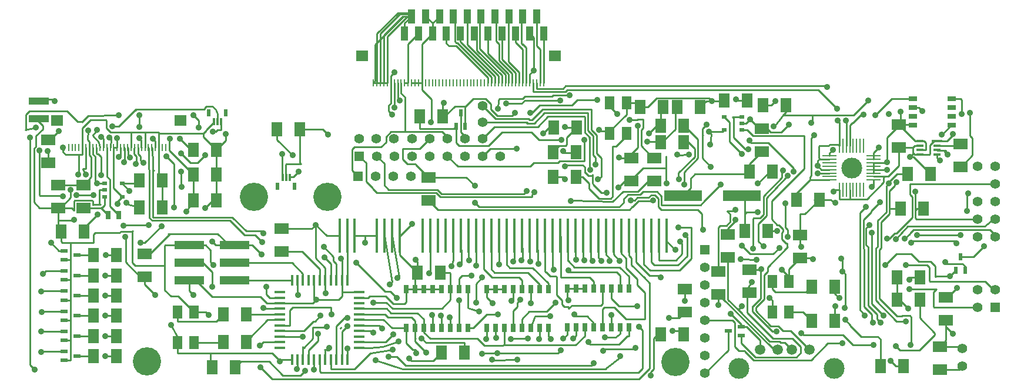
<source format=gtl>
G04 (created by PCBNEW (2013-may-18)-stable) date Sat Feb 17 15:49:28 2018*
%MOIN*%
G04 Gerber Fmt 3.4, Leading zero omitted, Abs format*
%FSLAX34Y34*%
G01*
G70*
G90*
G04 APERTURE LIST*
%ADD10C,0.00590551*%
%ADD11R,0.06X0.016*%
%ADD12R,0.016X0.06*%
%ADD13R,0.025X0.05*%
%ADD14R,0.06X0.08*%
%ADD15R,0.08X0.06*%
%ADD16R,0.025X0.045*%
%ADD17R,0.166929X0.05*%
%ADD18R,0.0551181X0.0748031*%
%ADD19R,0.015748X0.19685*%
%ADD20R,0.0394X0.0236*%
%ADD21R,0.00984252X0.0433071*%
%ADD22R,0.0669291X0.0590551*%
%ADD23R,0.03X0.02*%
%ADD24C,0.16*%
%ADD25R,0.216535X0.0590551*%
%ADD26C,0.055*%
%ADD27R,0.0236X0.0394*%
%ADD28R,0.05X0.025*%
%ADD29R,0.055X0.055*%
%ADD30R,0.0590551X0.0137795*%
%ADD31R,0.0393701X0.0137795*%
%ADD32C,0.0591*%
%ADD33C,0.1181*%
%ADD34R,0.01X0.0787402*%
%ADD35R,0.0787402X0.01*%
%ADD36R,0.011811X0.0433071*%
%ADD37R,0.0204724X0.0393701*%
%ADD38R,0.11811X0.0393701*%
%ADD39R,0.0393701X0.0787402*%
%ADD40C,0.035*%
%ADD41C,0.01*%
G04 APERTURE END LIST*
G54D10*
G54D11*
X72269Y-60059D03*
X72269Y-59744D03*
X72269Y-59429D03*
X72269Y-59114D03*
X72269Y-58799D03*
X72269Y-58484D03*
X72269Y-60374D03*
X72269Y-60689D03*
X72269Y-61004D03*
X72269Y-61319D03*
X72269Y-61634D03*
X67769Y-60059D03*
X67769Y-59744D03*
X67769Y-59429D03*
X67769Y-59114D03*
X67769Y-58799D03*
X67769Y-58484D03*
X67769Y-60374D03*
X67769Y-60689D03*
X67769Y-61004D03*
X67769Y-61319D03*
X67769Y-61634D03*
G54D12*
X70019Y-57809D03*
X70019Y-62309D03*
X69704Y-57809D03*
X69704Y-62309D03*
X69389Y-62309D03*
X69389Y-57809D03*
X69074Y-57809D03*
X69074Y-62309D03*
X68759Y-62309D03*
X68759Y-57809D03*
X68444Y-57809D03*
X68444Y-62309D03*
X70334Y-62309D03*
X70334Y-57809D03*
X70649Y-57809D03*
X70649Y-62309D03*
X70964Y-62309D03*
X70964Y-57809D03*
X71279Y-57809D03*
X71279Y-62309D03*
X71594Y-62309D03*
X71594Y-57809D03*
G54D13*
X87557Y-58289D03*
X87057Y-58289D03*
X86557Y-58289D03*
X86057Y-58289D03*
X85557Y-58289D03*
X85057Y-58289D03*
X84557Y-58289D03*
X84057Y-58289D03*
X84057Y-60489D03*
X84557Y-60489D03*
X85057Y-60489D03*
X85557Y-60489D03*
X86057Y-60489D03*
X86557Y-60489D03*
X87057Y-60489D03*
X87557Y-60489D03*
X78423Y-58329D03*
X77923Y-58329D03*
X77423Y-58329D03*
X76923Y-58329D03*
X76423Y-58329D03*
X75923Y-58329D03*
X75423Y-58329D03*
X74923Y-58329D03*
X74923Y-60529D03*
X75423Y-60529D03*
X75923Y-60529D03*
X76423Y-60529D03*
X76923Y-60529D03*
X77423Y-60529D03*
X77923Y-60529D03*
X78423Y-60529D03*
G54D14*
X76850Y-57381D03*
X75550Y-57381D03*
G54D15*
X54625Y-51142D03*
X54625Y-49842D03*
G54D14*
X58504Y-56397D03*
X57204Y-56397D03*
X58504Y-57539D03*
X57204Y-57539D03*
X58504Y-58681D03*
X57204Y-58681D03*
X58504Y-59822D03*
X57204Y-59822D03*
X58504Y-60964D03*
X57204Y-60964D03*
X56653Y-55059D03*
X55353Y-55059D03*
X64173Y-53287D03*
X62873Y-53287D03*
X64173Y-51830D03*
X62873Y-51830D03*
G54D15*
X55177Y-53701D03*
X55177Y-52401D03*
X56633Y-53701D03*
X56633Y-52401D03*
G54D14*
X59802Y-52145D03*
X61102Y-52145D03*
X59802Y-53681D03*
X61102Y-53681D03*
X62873Y-50413D03*
X64173Y-50413D03*
X76928Y-61909D03*
X78228Y-61909D03*
X58504Y-62106D03*
X57204Y-62106D03*
G54D15*
X67854Y-56181D03*
X67854Y-54881D03*
G54D14*
X90669Y-60885D03*
X89369Y-60885D03*
G54D15*
X60098Y-57598D03*
X60098Y-56298D03*
G54D14*
X64566Y-61318D03*
X65866Y-61318D03*
X64566Y-59744D03*
X65866Y-59744D03*
G54D15*
X90728Y-59606D03*
X90728Y-58306D03*
G54D16*
X58026Y-54114D03*
X58626Y-54114D03*
G54D17*
X65197Y-57830D03*
X62637Y-57830D03*
X65197Y-56830D03*
X62637Y-56830D03*
X65197Y-55830D03*
X62637Y-55830D03*
G54D18*
X61948Y-59625D03*
X61948Y-61358D03*
X62893Y-61358D03*
X62893Y-59625D03*
G54D19*
X89708Y-55294D03*
X89275Y-55294D03*
X88842Y-55294D03*
X88409Y-55294D03*
X87976Y-55294D03*
X87543Y-55294D03*
X87110Y-55294D03*
X86677Y-55294D03*
X86244Y-55294D03*
X85811Y-55294D03*
X85378Y-55294D03*
X84945Y-55294D03*
X84512Y-55294D03*
X84079Y-55294D03*
X83645Y-55294D03*
X83212Y-55294D03*
X82779Y-55294D03*
X82346Y-55294D03*
X81913Y-55294D03*
X81480Y-55294D03*
X81047Y-55294D03*
X80614Y-55294D03*
X80181Y-55294D03*
X79748Y-55294D03*
X79315Y-55294D03*
X78882Y-55294D03*
X78449Y-55294D03*
X78016Y-55294D03*
X77582Y-55294D03*
X77149Y-55294D03*
X76716Y-55294D03*
X76283Y-55294D03*
X75850Y-55294D03*
X74551Y-55294D03*
X74118Y-55294D03*
X73685Y-55294D03*
X73252Y-55294D03*
X71992Y-55294D03*
X71579Y-55294D03*
X71165Y-55294D03*
G54D20*
X55511Y-62362D03*
X55511Y-61850D03*
X56259Y-62106D03*
X55511Y-56653D03*
X55511Y-56141D03*
X56259Y-56397D03*
X55511Y-57795D03*
X55511Y-57283D03*
X56259Y-57539D03*
X55511Y-58937D03*
X55511Y-58425D03*
X56259Y-58681D03*
X55511Y-60078D03*
X55511Y-59566D03*
X56259Y-59822D03*
X55511Y-61220D03*
X55511Y-60708D03*
X56259Y-60964D03*
G54D21*
X55781Y-50295D03*
X55978Y-50295D03*
X56175Y-50295D03*
X56372Y-50295D03*
X56569Y-50295D03*
X56765Y-50295D03*
X56962Y-50295D03*
X57159Y-50295D03*
X57356Y-50295D03*
X57553Y-50295D03*
X57750Y-50295D03*
X57947Y-50295D03*
X58143Y-50295D03*
X58340Y-50295D03*
X58537Y-50295D03*
X58734Y-50295D03*
X58931Y-50295D03*
X59128Y-50295D03*
X59325Y-50295D03*
X59521Y-50295D03*
X59718Y-50295D03*
X59915Y-50295D03*
X60112Y-50295D03*
X60309Y-50295D03*
X60506Y-50295D03*
X60702Y-50295D03*
X60899Y-50295D03*
X61096Y-50295D03*
X61293Y-50295D03*
X61490Y-50295D03*
G54D22*
X55141Y-48755D03*
X62141Y-48755D03*
G54D23*
X57826Y-52321D03*
X57826Y-53071D03*
X58826Y-52321D03*
X57826Y-52696D03*
X58826Y-53071D03*
G54D13*
X82990Y-58329D03*
X82490Y-58329D03*
X81990Y-58329D03*
X81490Y-58329D03*
X80990Y-58329D03*
X80490Y-58329D03*
X79990Y-58329D03*
X79490Y-58329D03*
X79490Y-60529D03*
X79990Y-60529D03*
X80490Y-60529D03*
X80990Y-60529D03*
X81490Y-60529D03*
X81990Y-60529D03*
X82490Y-60529D03*
X82990Y-60529D03*
G54D14*
X67598Y-49232D03*
X68898Y-49232D03*
G54D24*
X90177Y-62460D03*
X60216Y-62421D03*
X66279Y-53090D03*
X70452Y-53090D03*
G54D25*
X90610Y-53011D03*
X93956Y-53011D03*
G54D18*
X96633Y-59625D03*
X96633Y-57893D03*
X95688Y-57893D03*
X95688Y-59625D03*
X86476Y-47736D03*
X86476Y-49468D03*
X87421Y-49468D03*
X87421Y-47736D03*
G54D26*
X106476Y-62685D03*
X106476Y-61685D03*
G54D27*
X106614Y-57244D03*
X106102Y-57244D03*
X106358Y-56496D03*
X78267Y-49074D03*
X77755Y-49074D03*
X78011Y-48326D03*
G54D20*
X93936Y-60432D03*
X93936Y-60944D03*
X93188Y-60688D03*
G54D23*
X93944Y-49292D03*
X93944Y-48542D03*
X92944Y-49292D03*
X93944Y-48917D03*
X92944Y-48542D03*
G54D28*
X105844Y-48998D03*
X105844Y-48498D03*
X105844Y-47998D03*
X105844Y-47498D03*
X103644Y-47498D03*
X103644Y-47998D03*
X103644Y-48498D03*
X103644Y-48998D03*
G54D14*
X63936Y-62736D03*
X65236Y-62736D03*
X75688Y-48523D03*
X76988Y-48523D03*
G54D15*
X105177Y-61574D03*
X105177Y-62874D03*
X105531Y-58779D03*
X105531Y-60079D03*
X102854Y-48975D03*
X102854Y-50275D03*
X94389Y-58504D03*
X94389Y-57204D03*
X106358Y-51378D03*
X106358Y-50078D03*
G54D14*
X94133Y-55019D03*
X95433Y-55019D03*
X84567Y-50531D03*
X83267Y-50531D03*
G54D15*
X87696Y-50865D03*
X87696Y-52165D03*
G54D14*
X84567Y-51948D03*
X83267Y-51948D03*
G54D15*
X88996Y-50865D03*
X88996Y-52165D03*
G54D14*
X104055Y-58917D03*
X102755Y-58917D03*
X103110Y-62696D03*
X101810Y-62696D03*
X97912Y-58169D03*
X99212Y-58169D03*
X97912Y-60098D03*
X99212Y-60098D03*
X83306Y-49153D03*
X84606Y-49153D03*
X104055Y-57657D03*
X102755Y-57657D03*
G54D15*
X95098Y-50512D03*
X95098Y-49212D03*
G54D14*
X95709Y-51633D03*
X94409Y-51633D03*
G54D29*
X108314Y-59346D03*
G54D26*
X107314Y-59346D03*
X108314Y-58346D03*
X107314Y-58346D03*
X108314Y-55346D03*
X107314Y-55346D03*
X108314Y-54346D03*
X107314Y-54346D03*
X108314Y-53346D03*
X107314Y-53346D03*
X108314Y-52346D03*
X108314Y-51346D03*
X107314Y-51346D03*
G54D30*
X105039Y-49911D03*
G54D31*
X105039Y-50167D03*
X105039Y-50423D03*
X105039Y-50679D03*
X104055Y-50679D03*
X104055Y-50423D03*
X104055Y-50167D03*
X104055Y-49911D03*
G54D29*
X91870Y-56086D03*
G54D26*
X91870Y-57086D03*
X91870Y-58086D03*
X91870Y-59086D03*
X91870Y-60086D03*
X91870Y-61086D03*
X91870Y-62086D03*
X91870Y-63086D03*
G54D29*
X72200Y-51909D03*
G54D26*
X73200Y-51909D03*
X74200Y-51909D03*
X75200Y-51909D03*
G54D32*
X94997Y-61751D03*
X95997Y-61751D03*
X96797Y-61751D03*
X97797Y-61751D03*
G54D33*
X93797Y-62801D03*
X99197Y-62801D03*
G54D34*
X99685Y-50197D03*
X99882Y-50197D03*
X100079Y-50197D03*
X99488Y-50197D03*
G54D35*
X98937Y-50748D03*
X98937Y-50945D03*
X98937Y-51142D03*
X98937Y-51339D03*
X98937Y-51535D03*
X98937Y-51732D03*
X98937Y-51929D03*
X98937Y-52125D03*
G54D34*
X100866Y-52677D03*
X99488Y-52677D03*
X99685Y-52677D03*
X99882Y-52677D03*
X100079Y-52677D03*
X100275Y-52677D03*
X100472Y-52677D03*
X100669Y-52677D03*
G54D35*
X101417Y-52125D03*
X101417Y-51929D03*
X101417Y-51732D03*
X101417Y-51535D03*
X101417Y-51339D03*
X101417Y-51142D03*
X101417Y-50945D03*
X101417Y-50748D03*
G54D34*
X100866Y-50197D03*
X100669Y-50197D03*
X100472Y-50197D03*
X100275Y-50197D03*
G54D33*
X100177Y-51437D03*
G54D36*
X64412Y-48809D03*
X64212Y-48809D03*
X64012Y-48809D03*
G54D37*
X64692Y-48309D03*
X63732Y-48309D03*
G54D36*
X67910Y-51997D03*
X68110Y-51997D03*
X68310Y-51997D03*
G54D37*
X67630Y-52497D03*
X68590Y-52497D03*
G54D38*
X54094Y-48649D03*
X54094Y-47649D03*
G54D21*
X73065Y-46614D03*
X73262Y-46614D03*
X73458Y-46614D03*
X73655Y-46614D03*
X73852Y-46614D03*
X74049Y-46614D03*
X74246Y-46614D03*
X74443Y-46614D03*
X74640Y-46614D03*
X74836Y-46614D03*
X75033Y-46614D03*
X75230Y-46614D03*
X75427Y-46614D03*
X75624Y-46614D03*
X75821Y-46614D03*
X76017Y-46614D03*
X76214Y-46614D03*
X76411Y-46614D03*
X76608Y-46614D03*
X76805Y-46614D03*
X77002Y-46614D03*
X77199Y-46614D03*
X77395Y-46614D03*
X77592Y-46614D03*
X77789Y-46614D03*
X77986Y-46614D03*
X78183Y-46614D03*
X78380Y-46614D03*
X78577Y-46614D03*
X78773Y-46614D03*
G54D22*
X72425Y-45074D03*
X83362Y-45074D03*
G54D21*
X78970Y-46614D03*
X79167Y-46614D03*
X79364Y-46614D03*
X79561Y-46614D03*
X79758Y-46614D03*
X79954Y-46614D03*
X80151Y-46614D03*
X80348Y-46614D03*
X80545Y-46614D03*
X80742Y-46614D03*
X80939Y-46614D03*
X81136Y-46614D03*
X81332Y-46614D03*
X81529Y-46614D03*
X81726Y-46614D03*
X81923Y-46614D03*
X82120Y-46614D03*
X82317Y-46614D03*
X82514Y-46614D03*
X82710Y-46614D03*
G54D15*
X92637Y-57302D03*
X92637Y-58602D03*
X76181Y-53268D03*
X76181Y-51968D03*
G54D14*
X104252Y-53759D03*
X102952Y-53759D03*
X104665Y-51771D03*
X103365Y-51771D03*
X88188Y-47992D03*
X89488Y-47992D03*
X91594Y-47992D03*
X90294Y-47992D03*
X92952Y-47618D03*
X94252Y-47618D03*
X90650Y-49980D03*
X89350Y-49980D03*
X90650Y-49035D03*
X89350Y-49035D03*
G54D15*
X93169Y-55216D03*
X93169Y-56516D03*
G54D14*
X95176Y-47893D03*
X96476Y-47893D03*
G54D15*
X97244Y-56555D03*
X97244Y-55255D03*
G54D14*
X98346Y-53248D03*
X97046Y-53248D03*
G54D39*
X74842Y-43818D03*
X75236Y-42834D03*
X75629Y-43818D03*
X76023Y-42834D03*
X76417Y-43818D03*
X76811Y-42834D03*
X77204Y-43818D03*
X77598Y-42834D03*
X77992Y-43818D03*
X78385Y-42834D03*
X78779Y-43818D03*
X79173Y-42834D03*
X79566Y-43818D03*
X79960Y-42834D03*
X80354Y-43818D03*
X80748Y-42834D03*
X81141Y-43818D03*
X81535Y-42834D03*
X81929Y-43818D03*
X82322Y-42834D03*
X82716Y-43818D03*
G54D29*
X72266Y-50769D03*
G54D26*
X73266Y-50769D03*
X74266Y-50769D03*
X75266Y-50769D03*
X76266Y-50769D03*
X77266Y-50769D03*
X78266Y-50769D03*
X79266Y-50769D03*
X80266Y-50769D03*
X79256Y-49767D03*
X79266Y-48857D03*
X79256Y-47917D03*
X72266Y-49775D03*
X73226Y-49775D03*
X74236Y-49775D03*
X75266Y-49775D03*
X76256Y-49787D03*
X77256Y-49775D03*
X78246Y-49775D03*
G54D40*
X56909Y-49311D03*
X63956Y-49389D03*
X54114Y-50452D03*
X55452Y-53051D03*
X56240Y-52972D03*
X57185Y-52972D03*
X58562Y-53484D03*
X58523Y-49744D03*
X62106Y-49783D03*
X84389Y-61122D03*
X83681Y-61791D03*
X76043Y-61909D03*
X79232Y-61988D03*
X80019Y-61082D03*
X80098Y-61948D03*
X75492Y-61948D03*
X79783Y-62303D03*
X81240Y-62303D03*
X83838Y-61122D03*
X79468Y-61161D03*
X58090Y-49704D03*
X89822Y-59940D03*
X88129Y-60452D03*
X88011Y-59271D03*
X70570Y-61633D03*
X75098Y-62263D03*
X81988Y-59114D03*
X74153Y-61751D03*
X73051Y-59074D03*
X66751Y-55649D03*
X70295Y-56515D03*
X66830Y-55137D03*
X70255Y-55925D03*
X59074Y-53405D03*
X57381Y-52303D03*
X53937Y-49153D03*
X54232Y-61870D03*
X59783Y-48444D03*
X59783Y-49744D03*
X59783Y-49114D03*
X58641Y-48444D03*
X54232Y-60728D03*
X58641Y-50807D03*
X54271Y-59625D03*
X58917Y-51122D03*
X54311Y-57460D03*
X59586Y-51200D03*
X54232Y-58444D03*
X59271Y-50846D03*
X54783Y-55688D03*
X60019Y-51161D03*
X57618Y-49665D03*
X58248Y-49074D03*
X57381Y-49291D03*
X57618Y-51850D03*
X57421Y-54074D03*
X92637Y-59212D03*
X93956Y-59291D03*
X88582Y-49940D03*
X88681Y-49468D03*
X103248Y-60137D03*
X102303Y-52303D03*
X102736Y-52263D03*
X103523Y-61476D03*
X93622Y-47559D03*
X74271Y-48011D03*
X74547Y-47598D03*
X83661Y-47598D03*
X80590Y-47795D03*
X80137Y-48090D03*
X84192Y-47303D03*
X82185Y-52814D03*
X81751Y-52755D03*
X85019Y-49862D03*
X81181Y-50334D03*
X82145Y-45905D03*
X74271Y-46003D03*
X77047Y-47736D03*
X74133Y-48425D03*
X96220Y-57204D03*
X97992Y-56614D03*
X91751Y-54940D03*
X92244Y-47637D03*
X95925Y-60728D03*
X96614Y-48976D03*
X81082Y-48326D03*
X101712Y-50295D03*
X105925Y-60846D03*
X105492Y-56791D03*
X103799Y-52775D03*
X103405Y-59429D03*
X93326Y-59704D03*
X95531Y-58799D03*
X103484Y-50807D03*
X105925Y-49507D03*
X106437Y-48366D03*
X99153Y-52775D03*
X99389Y-48759D03*
X95059Y-57185D03*
X95964Y-55019D03*
X87657Y-53287D03*
X94429Y-48681D03*
X85846Y-49271D03*
X83917Y-49114D03*
X98248Y-51318D03*
X106122Y-55728D03*
X103562Y-55688D03*
X103248Y-56948D03*
X103444Y-58326D03*
X106358Y-55255D03*
X103877Y-55255D03*
X103208Y-55452D03*
X102185Y-55452D03*
X106161Y-58248D03*
X105767Y-57578D03*
X102106Y-56948D03*
X102696Y-55492D03*
X101988Y-59822D03*
X101338Y-55098D03*
X85807Y-52066D03*
X99665Y-61397D03*
X101397Y-60216D03*
X101791Y-53366D03*
X90964Y-50688D03*
X90295Y-50688D03*
X85374Y-51555D03*
X94527Y-57913D03*
X94311Y-50374D03*
X88917Y-53287D03*
X93956Y-50649D03*
X99822Y-60059D03*
X101003Y-53641D03*
X100925Y-59822D03*
X91948Y-48976D03*
X92204Y-51377D03*
X89704Y-52303D03*
X86948Y-52539D03*
X97342Y-60807D03*
X101200Y-54665D03*
X101830Y-60216D03*
X101437Y-61476D03*
X85649Y-51240D03*
X98799Y-46850D03*
X105177Y-51003D03*
X100846Y-48405D03*
X104192Y-48208D03*
X102303Y-48366D03*
X99370Y-48090D03*
X105610Y-50688D03*
X101515Y-48444D03*
X99862Y-48759D03*
X92775Y-52381D03*
X78818Y-52460D03*
X78818Y-53405D03*
X76318Y-48858D03*
X101141Y-47618D03*
X95767Y-49074D03*
X102185Y-51555D03*
X106909Y-48326D03*
X98051Y-49586D03*
X102972Y-48248D03*
X97893Y-48877D03*
X102185Y-51122D03*
X99114Y-50413D03*
X96417Y-53444D03*
X96889Y-51633D03*
X94389Y-49881D03*
X99586Y-56594D03*
X96555Y-55334D03*
X99783Y-59389D03*
X99665Y-57303D03*
X102381Y-62381D03*
X94783Y-56633D03*
X93877Y-56614D03*
X92145Y-50098D03*
X92106Y-49389D03*
X88051Y-49035D03*
X86988Y-50846D03*
X85767Y-47578D03*
X81948Y-48326D03*
X99271Y-53405D03*
X101318Y-52500D03*
X97342Y-55925D03*
X96082Y-55964D03*
X93956Y-55846D03*
X68799Y-58641D03*
X63917Y-58169D03*
X90177Y-56082D03*
X71594Y-59940D03*
X69704Y-62893D03*
X86003Y-56712D03*
X71594Y-60413D03*
X90452Y-55610D03*
X70688Y-59744D03*
X90767Y-55255D03*
X70059Y-59822D03*
X90374Y-54822D03*
X89350Y-57657D03*
X69074Y-61003D03*
X66673Y-62736D03*
X66633Y-61515D03*
X70413Y-60452D03*
X73917Y-62145D03*
X85570Y-62500D03*
X87027Y-56712D03*
X69940Y-60846D03*
X73208Y-62342D03*
X87066Y-62106D03*
X86476Y-56712D03*
X63917Y-55610D03*
X66712Y-56358D03*
X66988Y-58169D03*
X73051Y-60767D03*
X73996Y-58051D03*
X74429Y-57696D03*
X73562Y-60531D03*
X88799Y-63208D03*
X56751Y-51830D03*
X56082Y-54389D03*
X56318Y-51830D03*
X55885Y-52696D03*
X55452Y-50295D03*
X63523Y-53720D03*
X64704Y-49507D03*
X90728Y-58996D03*
X87933Y-61633D03*
X86082Y-61830D03*
X90019Y-60688D03*
X63996Y-56948D03*
X63720Y-59783D03*
X61594Y-60334D03*
X70374Y-58562D03*
X66830Y-59389D03*
X67775Y-62421D03*
X74192Y-60885D03*
X75255Y-54625D03*
X69783Y-54665D03*
X75807Y-61122D03*
X78641Y-57539D03*
X75452Y-56633D03*
X79822Y-59114D03*
X84114Y-58956D03*
X86555Y-59783D03*
X85492Y-56712D03*
X98248Y-51751D03*
X94862Y-52322D03*
X107696Y-55885D03*
X83720Y-49862D03*
X83917Y-51358D03*
X86279Y-52854D03*
X105295Y-49547D03*
X102696Y-61555D03*
X99271Y-59271D03*
X103444Y-57775D03*
X82696Y-49468D03*
X90688Y-52381D03*
X93602Y-53818D03*
X93602Y-54370D03*
X90393Y-52066D03*
X95866Y-47657D03*
X94586Y-56003D03*
X96279Y-51574D03*
X96555Y-51889D03*
X95177Y-55885D03*
X76240Y-57421D03*
X79074Y-59586D03*
X81397Y-58917D03*
X81003Y-56751D03*
X99507Y-58799D03*
X106712Y-53877D03*
X106791Y-52893D03*
X80885Y-58996D03*
X80177Y-56909D03*
X86909Y-48366D03*
X87578Y-48720D03*
X84271Y-53326D03*
X83917Y-52066D03*
X76909Y-59822D03*
X78877Y-56988D03*
X83838Y-50492D03*
X79232Y-57657D03*
X78877Y-59074D03*
X78484Y-56673D03*
X77381Y-59901D03*
X77972Y-56909D03*
X77933Y-58956D03*
X94862Y-53956D03*
X77500Y-57027D03*
X76397Y-59783D03*
X85019Y-56673D03*
X86200Y-61043D03*
X84468Y-59744D03*
X84547Y-56633D03*
X84114Y-57263D03*
X83287Y-57224D03*
X82421Y-56870D03*
X83405Y-59074D03*
X83090Y-59862D03*
X81948Y-56751D03*
X82460Y-61161D03*
X81476Y-56673D03*
X69192Y-62933D03*
X71594Y-61673D03*
X68838Y-51633D03*
X68484Y-50728D03*
X67893Y-50649D03*
X70492Y-49547D03*
X57854Y-62106D03*
X61318Y-50767D03*
X63169Y-49153D03*
X63523Y-50728D03*
X62145Y-50610D03*
X62854Y-48444D03*
X61751Y-53681D03*
X62185Y-52500D03*
X62145Y-51633D03*
X57893Y-56397D03*
X55216Y-49350D03*
X57854Y-59822D03*
X57854Y-57539D03*
X57854Y-58681D03*
X57854Y-60964D03*
X54586Y-50492D03*
X62460Y-53917D03*
X60334Y-54665D03*
X58877Y-54704D03*
X58996Y-55334D03*
X61515Y-49783D03*
X60570Y-49783D03*
X62854Y-58641D03*
X60688Y-58641D03*
X85255Y-61318D03*
X68720Y-62854D03*
X69822Y-58917D03*
X74389Y-58799D03*
X72106Y-56830D03*
X71240Y-56594D03*
X74507Y-61279D03*
X81830Y-61122D03*
X80846Y-61161D03*
X80137Y-59744D03*
X83129Y-61161D03*
X54980Y-47637D03*
X53602Y-49724D03*
X53858Y-62874D03*
X59862Y-55688D03*
X61043Y-54744D03*
X72578Y-55688D03*
X59232Y-52736D03*
G54D41*
X71240Y-60492D02*
X71200Y-60531D01*
X56958Y-52076D02*
X56958Y-52057D01*
X56962Y-50702D02*
X56962Y-50295D01*
X57066Y-51948D02*
X57066Y-50807D01*
X57066Y-50807D02*
X56962Y-50702D01*
X56958Y-52057D02*
X57066Y-51948D01*
X56962Y-50295D02*
X56962Y-49954D01*
X56962Y-49954D02*
X56870Y-49862D01*
X56870Y-49862D02*
X56909Y-49311D01*
X64432Y-49111D02*
X64432Y-48868D01*
X64432Y-49268D02*
X64432Y-49111D01*
X64429Y-49271D02*
X64432Y-49268D01*
X64232Y-49271D02*
X64429Y-49271D01*
X64114Y-49389D02*
X64232Y-49271D01*
X63956Y-49389D02*
X64114Y-49389D01*
X56962Y-52072D02*
X56958Y-52076D01*
X56958Y-52076D02*
X56633Y-52401D01*
X55177Y-52401D02*
X56633Y-52401D01*
X57185Y-52972D02*
X56240Y-52972D01*
X54114Y-52972D02*
X54114Y-50452D01*
X54153Y-53011D02*
X54114Y-52972D01*
X55413Y-53011D02*
X54153Y-53011D01*
X55452Y-53051D02*
X55413Y-53011D01*
X57185Y-52972D02*
X57145Y-53011D01*
X58562Y-53335D02*
X58826Y-53071D01*
X58562Y-53484D02*
X58562Y-53335D01*
X62873Y-50413D02*
X62736Y-50413D01*
X62736Y-50413D02*
X62106Y-49783D01*
X58340Y-52585D02*
X58826Y-53071D01*
X58340Y-50295D02*
X58340Y-52585D01*
X58537Y-49758D02*
X58537Y-50295D01*
X58523Y-49744D02*
X58537Y-49758D01*
X58340Y-50295D02*
X58537Y-50295D01*
X75923Y-60529D02*
X75923Y-60765D01*
X75923Y-60765D02*
X76279Y-61122D01*
X76279Y-61122D02*
X78562Y-61122D01*
X79350Y-61515D02*
X79311Y-61515D01*
X78956Y-61122D02*
X79350Y-61515D01*
X78562Y-61122D02*
X78956Y-61122D01*
X72269Y-59429D02*
X73838Y-59429D01*
X75923Y-60017D02*
X75923Y-60529D01*
X75570Y-59665D02*
X75923Y-60017D01*
X74074Y-59665D02*
X75570Y-59665D01*
X73838Y-59429D02*
X74074Y-59665D01*
X80433Y-61496D02*
X84527Y-61496D01*
X85057Y-60966D02*
X85057Y-60489D01*
X84527Y-61496D02*
X85057Y-60966D01*
X80490Y-61438D02*
X80490Y-60489D01*
X80413Y-61515D02*
X80433Y-61496D01*
X80433Y-61496D02*
X80490Y-61438D01*
X79311Y-61515D02*
X80413Y-61515D01*
X84389Y-61122D02*
X84557Y-60954D01*
X84557Y-60489D02*
X84557Y-60954D01*
X83681Y-61791D02*
X83523Y-61948D01*
X83523Y-61948D02*
X83366Y-61948D01*
X80098Y-61948D02*
X79271Y-61948D01*
X75452Y-61122D02*
X75423Y-61122D01*
X75423Y-61151D02*
X75452Y-61122D01*
X75423Y-61289D02*
X75423Y-61151D01*
X76043Y-61909D02*
X75423Y-61289D01*
X79271Y-61948D02*
X79232Y-61988D01*
X75423Y-60529D02*
X75423Y-60108D01*
X73720Y-59744D02*
X72269Y-59744D01*
X73877Y-59901D02*
X73720Y-59744D01*
X75216Y-59901D02*
X73877Y-59901D01*
X75423Y-60108D02*
X75216Y-59901D01*
X80098Y-61948D02*
X83366Y-61948D01*
X83366Y-61948D02*
X83523Y-61948D01*
X75423Y-60529D02*
X75423Y-61122D01*
X75423Y-61122D02*
X75423Y-61210D01*
X79990Y-61053D02*
X79990Y-60489D01*
X80019Y-61082D02*
X79990Y-61053D01*
X71594Y-57809D02*
X71594Y-55309D01*
X71594Y-55309D02*
X71579Y-55294D01*
X75452Y-61751D02*
X75452Y-61909D01*
X74923Y-61379D02*
X75295Y-61751D01*
X74923Y-60529D02*
X74923Y-61379D01*
X75295Y-61751D02*
X75452Y-61751D01*
X75452Y-61909D02*
X75492Y-61948D01*
X79822Y-62342D02*
X81240Y-62303D01*
X79783Y-62303D02*
X79822Y-62342D01*
X84057Y-60903D02*
X84057Y-60489D01*
X83838Y-61122D02*
X84057Y-60903D01*
X72269Y-60059D02*
X73641Y-60059D01*
X74111Y-60529D02*
X74923Y-60529D01*
X73641Y-60059D02*
X74111Y-60529D01*
X79490Y-61139D02*
X79490Y-60489D01*
X79468Y-61161D02*
X79490Y-61139D01*
X58143Y-50295D02*
X58183Y-49797D01*
X58183Y-49797D02*
X58090Y-49704D01*
X89822Y-59940D02*
X90394Y-59940D01*
X90394Y-59940D02*
X90728Y-59606D01*
X88011Y-63051D02*
X88090Y-63051D01*
X88326Y-60649D02*
X88129Y-60452D01*
X88326Y-62814D02*
X88326Y-60649D01*
X88090Y-63051D02*
X88326Y-62814D01*
X86555Y-63051D02*
X88011Y-63051D01*
X70019Y-62309D02*
X70019Y-62972D01*
X70098Y-63051D02*
X70019Y-62972D01*
X82342Y-63051D02*
X70098Y-63051D01*
X82814Y-63051D02*
X82342Y-63051D01*
X86555Y-63051D02*
X82814Y-63051D01*
X86557Y-58289D02*
X86557Y-58840D01*
X86988Y-59271D02*
X88011Y-59271D01*
X86557Y-58840D02*
X86988Y-59271D01*
X70452Y-61633D02*
X70570Y-61633D01*
X70334Y-61791D02*
X70295Y-61751D01*
X70334Y-62309D02*
X70334Y-61791D01*
X70570Y-61791D02*
X70452Y-61633D01*
X70295Y-61751D02*
X70570Y-61791D01*
X70570Y-61633D02*
X70570Y-61633D01*
X76456Y-62381D02*
X76928Y-61909D01*
X75216Y-62381D02*
X76456Y-62381D01*
X75098Y-62263D02*
X75216Y-62381D01*
X81990Y-58289D02*
X81990Y-59112D01*
X81990Y-59112D02*
X81988Y-59114D01*
X74153Y-59429D02*
X73799Y-59074D01*
X73799Y-59074D02*
X73051Y-59074D01*
X76850Y-57381D02*
X77381Y-57381D01*
X77423Y-57423D02*
X77423Y-58329D01*
X77381Y-57381D02*
X77423Y-57423D01*
X70649Y-62851D02*
X70649Y-62309D01*
X70649Y-62851D02*
X70649Y-62851D01*
X71988Y-62851D02*
X70649Y-62851D01*
X72893Y-61945D02*
X71988Y-62851D01*
X74153Y-61751D02*
X72893Y-61945D01*
X74153Y-61751D02*
X74153Y-61751D01*
X77423Y-58329D02*
X77423Y-58915D01*
X76948Y-59429D02*
X74153Y-59429D01*
X77423Y-58915D02*
X76948Y-59429D01*
X64940Y-54429D02*
X60531Y-54429D01*
X65767Y-55255D02*
X64940Y-54429D01*
X60531Y-54429D02*
X60374Y-54271D01*
X60309Y-50295D02*
X60334Y-50321D01*
X60334Y-50321D02*
X60334Y-51515D01*
X60334Y-51515D02*
X60374Y-51555D01*
X60374Y-54232D02*
X60374Y-51555D01*
X60374Y-54271D02*
X60374Y-54232D01*
X60295Y-50309D02*
X60309Y-50295D01*
X66358Y-55255D02*
X65767Y-55255D01*
X66751Y-55649D02*
X66358Y-55255D01*
X70649Y-57809D02*
X70649Y-56870D01*
X70649Y-56870D02*
X70295Y-56515D01*
X60570Y-54232D02*
X65059Y-54232D01*
X65059Y-54232D02*
X65846Y-55019D01*
X60506Y-50295D02*
X60531Y-50321D01*
X60570Y-51583D02*
X60570Y-54232D01*
X60610Y-51583D02*
X60570Y-51583D01*
X60570Y-51543D02*
X60610Y-51583D01*
X60570Y-51504D02*
X60570Y-51543D01*
X60570Y-50846D02*
X60570Y-51504D01*
X60559Y-50846D02*
X60570Y-50846D01*
X60531Y-50688D02*
X60559Y-50846D01*
X60531Y-50321D02*
X60531Y-50688D01*
X70964Y-57809D02*
X70964Y-56870D01*
X70964Y-56870D02*
X70807Y-56712D01*
X66712Y-55019D02*
X65846Y-55019D01*
X66830Y-55137D02*
X66712Y-55019D01*
X70807Y-56476D02*
X70255Y-55925D01*
X70807Y-56712D02*
X70807Y-56476D01*
X57159Y-50295D02*
X57159Y-50663D01*
X57303Y-52224D02*
X57381Y-52303D01*
X57303Y-50807D02*
X57303Y-52224D01*
X57159Y-50663D02*
X57303Y-50807D01*
X57826Y-52321D02*
X57400Y-52321D01*
X59192Y-53523D02*
X59802Y-53681D01*
X59074Y-53405D02*
X59192Y-53523D01*
X57400Y-52321D02*
X57381Y-52303D01*
X55688Y-48208D02*
X53543Y-48208D01*
X53543Y-48208D02*
X53346Y-48405D01*
X53937Y-49153D02*
X53326Y-49271D01*
X53326Y-49271D02*
X53346Y-49251D01*
X53346Y-49251D02*
X53346Y-48405D01*
X54252Y-61850D02*
X55511Y-61850D01*
X54232Y-61870D02*
X54252Y-61850D01*
X56574Y-48818D02*
X56299Y-48818D01*
X56299Y-48818D02*
X55688Y-48208D01*
X59901Y-50281D02*
X59901Y-49862D01*
X59901Y-49862D02*
X59783Y-49744D01*
X59783Y-49114D02*
X59783Y-48444D01*
X59915Y-50295D02*
X59901Y-50281D01*
X56909Y-48484D02*
X56574Y-48818D01*
X56574Y-48818D02*
X56555Y-48838D01*
X58641Y-48444D02*
X56909Y-48484D01*
X54252Y-60708D02*
X55511Y-60708D01*
X54232Y-60728D02*
X54252Y-60708D01*
X58734Y-50295D02*
X58734Y-50714D01*
X58734Y-50714D02*
X58641Y-50807D01*
X54330Y-59566D02*
X55511Y-59566D01*
X54271Y-59625D02*
X54330Y-59566D01*
X58931Y-50295D02*
X58956Y-50321D01*
X58956Y-51082D02*
X58917Y-51122D01*
X58956Y-50321D02*
X58956Y-51082D01*
X54488Y-57283D02*
X55511Y-57283D01*
X54311Y-57460D02*
X54488Y-57283D01*
X59507Y-50309D02*
X59507Y-50649D01*
X59507Y-50649D02*
X59625Y-50767D01*
X59625Y-50767D02*
X59625Y-50846D01*
X59625Y-50846D02*
X59625Y-51043D01*
X59625Y-51043D02*
X59625Y-51161D01*
X59625Y-51161D02*
X59586Y-51200D01*
X59521Y-50295D02*
X59507Y-50309D01*
X54252Y-58425D02*
X55511Y-58425D01*
X54232Y-58444D02*
X54252Y-58425D01*
X59128Y-50295D02*
X59153Y-50321D01*
X59153Y-50728D02*
X59271Y-50846D01*
X59153Y-50321D02*
X59153Y-50728D01*
X55236Y-56141D02*
X55511Y-56141D01*
X54783Y-55688D02*
X55236Y-56141D01*
X59739Y-50316D02*
X59739Y-50644D01*
X59739Y-50644D02*
X59862Y-50767D01*
X59862Y-50767D02*
X59862Y-51003D01*
X59862Y-51003D02*
X60019Y-51161D01*
X59718Y-50295D02*
X59739Y-50316D01*
X57947Y-50295D02*
X57947Y-51923D01*
X57947Y-51923D02*
X58129Y-52106D01*
X58129Y-52106D02*
X58129Y-53617D01*
X58129Y-53617D02*
X58626Y-54114D01*
X57750Y-49797D02*
X57750Y-50295D01*
X57618Y-49665D02*
X57750Y-49797D01*
X57381Y-49291D02*
X57381Y-49330D01*
X57145Y-49625D02*
X57503Y-49984D01*
X57145Y-49566D02*
X57145Y-49625D01*
X57381Y-49330D02*
X57145Y-49566D01*
X64232Y-48366D02*
X64232Y-48789D01*
X63484Y-48129D02*
X63484Y-48031D01*
X63917Y-47933D02*
X64114Y-48129D01*
X63582Y-47933D02*
X63917Y-47933D01*
X63484Y-48031D02*
X63582Y-47933D01*
X64114Y-48129D02*
X64232Y-48366D01*
X59586Y-48129D02*
X63484Y-48129D01*
X64232Y-48789D02*
X64212Y-48809D01*
X58248Y-49074D02*
X58523Y-49074D01*
X58641Y-49074D02*
X59586Y-48129D01*
X58523Y-49074D02*
X58641Y-49074D01*
X59586Y-48129D02*
X59586Y-48169D01*
X59586Y-48169D02*
X59586Y-48129D01*
X57553Y-50295D02*
X57503Y-49984D01*
X57618Y-51850D02*
X57618Y-50807D01*
X57356Y-50624D02*
X57356Y-50295D01*
X57381Y-50649D02*
X57356Y-50624D01*
X57460Y-50649D02*
X57381Y-50649D01*
X57618Y-50807D02*
X57460Y-50649D01*
X57592Y-51825D02*
X57618Y-51850D01*
X57421Y-54074D02*
X56653Y-54842D01*
X56653Y-54842D02*
X56653Y-55059D01*
X92637Y-58602D02*
X92638Y-58602D01*
X95787Y-61751D02*
X95997Y-61751D01*
X92638Y-58602D02*
X95787Y-61751D01*
X92637Y-59212D02*
X92637Y-58602D01*
X93745Y-59483D02*
X93764Y-59483D01*
X93764Y-59483D02*
X93956Y-59291D01*
X93169Y-58769D02*
X93169Y-58907D01*
X95541Y-61279D02*
X95688Y-61279D01*
X93169Y-58907D02*
X93745Y-59483D01*
X93745Y-59483D02*
X95541Y-61279D01*
X93169Y-58769D02*
X93169Y-56516D01*
X96797Y-61751D02*
X96403Y-61358D01*
X96082Y-61279D02*
X96161Y-61358D01*
X95688Y-61279D02*
X96082Y-61279D01*
X96161Y-61358D02*
X96403Y-61358D01*
X89350Y-49980D02*
X89429Y-49980D01*
X90177Y-48109D02*
X90294Y-47992D01*
X90177Y-49232D02*
X90177Y-48109D01*
X89429Y-49980D02*
X90177Y-49232D01*
X88582Y-49940D02*
X89310Y-49940D01*
X89310Y-49940D02*
X89350Y-49980D01*
X88681Y-49940D02*
X88582Y-49940D01*
X89350Y-49035D02*
X89350Y-48130D01*
X89350Y-48130D02*
X89488Y-47992D01*
X89350Y-49035D02*
X89114Y-49035D01*
X89114Y-49035D02*
X88681Y-49468D01*
X102303Y-52303D02*
X102303Y-52244D01*
X102775Y-51771D02*
X103365Y-51771D01*
X102303Y-52244D02*
X102775Y-51771D01*
X102736Y-60137D02*
X103248Y-60137D01*
X101555Y-58956D02*
X102736Y-60137D01*
X101555Y-56003D02*
X101555Y-58956D01*
X101673Y-55885D02*
X101555Y-56003D01*
X101673Y-54429D02*
X101673Y-55885D01*
X102145Y-53956D02*
X101673Y-54429D01*
X102145Y-52460D02*
X102145Y-53956D01*
X102303Y-52303D02*
X102145Y-52460D01*
X102952Y-53759D02*
X102342Y-53759D01*
X102322Y-53779D02*
X102342Y-53779D01*
X102342Y-53759D02*
X102322Y-53779D01*
X102736Y-52263D02*
X102618Y-52381D01*
X102618Y-52381D02*
X102618Y-52460D01*
X102618Y-52460D02*
X102342Y-52736D01*
X102342Y-52736D02*
X102342Y-53779D01*
X102342Y-53779D02*
X102342Y-54035D01*
X102342Y-54035D02*
X101870Y-54507D01*
X101870Y-54507D02*
X101870Y-55967D01*
X101870Y-55967D02*
X101751Y-56085D01*
X101751Y-56085D02*
X101751Y-58838D01*
X101751Y-58838D02*
X102775Y-59862D01*
X102775Y-59862D02*
X103011Y-59862D01*
X103011Y-59862D02*
X103051Y-59822D01*
X103051Y-59822D02*
X103484Y-59822D01*
X103484Y-59822D02*
X103562Y-59901D01*
X103562Y-59901D02*
X103562Y-61437D01*
X103562Y-61437D02*
X103523Y-61476D01*
X93681Y-47618D02*
X93622Y-47559D01*
X94252Y-47618D02*
X93681Y-47618D01*
X74271Y-48011D02*
X74246Y-47986D01*
X74246Y-47986D02*
X74246Y-46614D01*
X74443Y-47494D02*
X74443Y-46614D01*
X74547Y-47598D02*
X74443Y-47494D01*
X81678Y-47613D02*
X81648Y-47613D01*
X83661Y-47598D02*
X81692Y-47598D01*
X81692Y-47598D02*
X81678Y-47613D01*
X80590Y-47795D02*
X81466Y-47795D01*
X81648Y-47613D02*
X81466Y-47795D01*
X80137Y-48090D02*
X80157Y-47578D01*
X80157Y-47578D02*
X80236Y-47500D01*
X81437Y-47500D02*
X81003Y-47500D01*
X80905Y-47500D02*
X81003Y-47500D01*
X80905Y-47500D02*
X80236Y-47500D01*
X81437Y-47500D02*
X81535Y-47500D01*
X81535Y-47500D02*
X81653Y-47381D01*
X81437Y-47500D02*
X81456Y-47500D01*
X84192Y-47303D02*
X83225Y-47303D01*
X83225Y-47303D02*
X83225Y-47381D01*
X83225Y-47381D02*
X81653Y-47381D01*
X72657Y-52204D02*
X73031Y-52578D01*
X73031Y-52578D02*
X73031Y-52618D01*
X72657Y-51160D02*
X72266Y-50769D01*
X72657Y-52204D02*
X72657Y-51160D01*
X73248Y-52834D02*
X73031Y-52618D01*
X76633Y-52834D02*
X73248Y-52834D01*
X76870Y-53070D02*
X76633Y-52834D01*
X82064Y-53070D02*
X76870Y-53070D01*
X82066Y-53068D02*
X82064Y-53070D01*
X82066Y-52933D02*
X82066Y-53068D01*
X82185Y-52814D02*
X82066Y-52933D01*
X73934Y-52674D02*
X73681Y-52421D01*
X76700Y-52674D02*
X73934Y-52674D01*
X76934Y-52908D02*
X76700Y-52674D01*
X81599Y-52908D02*
X76934Y-52908D01*
X81751Y-52755D02*
X81599Y-52908D01*
X73681Y-51184D02*
X73681Y-52125D01*
X73681Y-52125D02*
X73681Y-52204D01*
X73681Y-52204D02*
X73681Y-52244D01*
X73681Y-52244D02*
X73681Y-52421D01*
X73681Y-51184D02*
X73266Y-50769D01*
X82037Y-51269D02*
X81948Y-51358D01*
X77854Y-51358D02*
X77266Y-50769D01*
X81948Y-51358D02*
X77854Y-51358D01*
X85019Y-51043D02*
X83641Y-51043D01*
X83641Y-51043D02*
X83523Y-51161D01*
X82145Y-51161D02*
X83523Y-51161D01*
X82027Y-51279D02*
X82037Y-51269D01*
X82037Y-51269D02*
X82145Y-51161D01*
X85019Y-50098D02*
X85019Y-49862D01*
X85019Y-51043D02*
X85019Y-50098D01*
X79266Y-50769D02*
X79701Y-50334D01*
X80531Y-50334D02*
X81181Y-50334D01*
X79701Y-50334D02*
X80531Y-50334D01*
X92244Y-47637D02*
X91949Y-47637D01*
X91949Y-47637D02*
X91594Y-47992D01*
X104252Y-53759D02*
X103877Y-53759D01*
X103877Y-53759D02*
X103799Y-53838D01*
X82145Y-45905D02*
X82145Y-44035D01*
X82145Y-44035D02*
X81929Y-43818D01*
X82145Y-45905D02*
X81923Y-46127D01*
X74049Y-46226D02*
X74271Y-46003D01*
X74049Y-46614D02*
X74049Y-47781D01*
X76988Y-47794D02*
X76988Y-48523D01*
X77047Y-47736D02*
X76988Y-47794D01*
X73937Y-48228D02*
X74133Y-48425D01*
X73937Y-47893D02*
X73937Y-48228D01*
X74049Y-47781D02*
X73937Y-47893D01*
X74049Y-46614D02*
X74049Y-46226D01*
X81923Y-46127D02*
X81923Y-46614D01*
X87657Y-53287D02*
X87883Y-53287D01*
X89035Y-52972D02*
X89232Y-53169D01*
X88818Y-52972D02*
X89035Y-52972D01*
X88661Y-53129D02*
X88818Y-52972D01*
X88041Y-53129D02*
X88661Y-53129D01*
X87883Y-53287D02*
X88041Y-53129D01*
X89232Y-53169D02*
X89232Y-53641D01*
X96633Y-57618D02*
X96633Y-57893D01*
X96220Y-57204D02*
X96633Y-57618D01*
X97244Y-56555D02*
X97933Y-56555D01*
X97933Y-56555D02*
X97992Y-56614D01*
X92244Y-47637D02*
X92932Y-47637D01*
X92932Y-47637D02*
X92952Y-47618D01*
X99488Y-53208D02*
X100079Y-53208D01*
X96633Y-57893D02*
X96633Y-57165D01*
X96633Y-57165D02*
X97244Y-56555D01*
X103484Y-50807D02*
X103701Y-50807D01*
X103701Y-50807D02*
X104665Y-51771D01*
X102066Y-51929D02*
X102244Y-51929D01*
X102244Y-51929D02*
X102854Y-51318D01*
X91692Y-54035D02*
X91456Y-53799D01*
X91692Y-54881D02*
X91692Y-54035D01*
X91751Y-54940D02*
X91692Y-54881D01*
X88188Y-47992D02*
X88622Y-47992D01*
X92086Y-47480D02*
X92244Y-47637D01*
X89133Y-47480D02*
X92086Y-47480D01*
X88622Y-47992D02*
X89133Y-47480D01*
X87421Y-47736D02*
X87932Y-47736D01*
X87932Y-47736D02*
X88188Y-47992D01*
X94547Y-59271D02*
X94596Y-59271D01*
X95688Y-60728D02*
X94547Y-59586D01*
X94547Y-59586D02*
X94547Y-59271D01*
X95925Y-60728D02*
X95688Y-60728D01*
X94596Y-59271D02*
X95019Y-58848D01*
X95019Y-58848D02*
X95019Y-57224D01*
X95019Y-57224D02*
X95059Y-57185D01*
X95098Y-49212D02*
X95396Y-49212D01*
X96181Y-49409D02*
X96614Y-48976D01*
X95593Y-49409D02*
X96181Y-49409D01*
X95396Y-49212D02*
X95593Y-49409D01*
X78740Y-47519D02*
X78267Y-47992D01*
X79429Y-47519D02*
X78740Y-47519D01*
X79724Y-47814D02*
X79429Y-47519D01*
X79724Y-48129D02*
X79724Y-47814D01*
X80078Y-48484D02*
X79724Y-48129D01*
X80925Y-48484D02*
X80078Y-48484D01*
X81082Y-48326D02*
X80925Y-48484D01*
X76988Y-48523D02*
X77106Y-48523D01*
X78267Y-47952D02*
X78267Y-47992D01*
X78248Y-47933D02*
X78267Y-47952D01*
X77696Y-47933D02*
X78248Y-47933D01*
X77106Y-48523D02*
X77696Y-47933D01*
X78267Y-47992D02*
X78267Y-49074D01*
X101417Y-50748D02*
X101417Y-50590D01*
X101417Y-50590D02*
X101712Y-50295D01*
X105531Y-60452D02*
X105531Y-60079D01*
X105925Y-60846D02*
X105531Y-60452D01*
X83267Y-50531D02*
X83267Y-50512D01*
X84035Y-49724D02*
X84606Y-49153D01*
X84035Y-50098D02*
X84035Y-49724D01*
X83956Y-50177D02*
X84035Y-50098D01*
X83602Y-50177D02*
X83956Y-50177D01*
X83267Y-50512D02*
X83602Y-50177D01*
X85925Y-49350D02*
X86476Y-49350D01*
X106614Y-57007D02*
X106614Y-57244D01*
X106476Y-56870D02*
X106614Y-57007D01*
X105570Y-56870D02*
X106476Y-56870D01*
X105492Y-56791D02*
X105570Y-56870D01*
X105177Y-61574D02*
X106365Y-61574D01*
X106365Y-61574D02*
X106476Y-61685D01*
X105531Y-60079D02*
X105531Y-61220D01*
X105531Y-61220D02*
X105177Y-61574D01*
X107314Y-54346D02*
X103874Y-54346D01*
X103874Y-54346D02*
X103799Y-54271D01*
X103799Y-54271D02*
X103799Y-53838D01*
X103799Y-53838D02*
X103799Y-52775D01*
X102755Y-58917D02*
X102893Y-58917D01*
X102893Y-58917D02*
X103405Y-59429D01*
X102755Y-57657D02*
X102755Y-58917D01*
X95688Y-59625D02*
X95688Y-58956D01*
X93936Y-60314D02*
X93936Y-60432D01*
X93326Y-59704D02*
X93936Y-60314D01*
X95688Y-58956D02*
X95531Y-58799D01*
X103681Y-50610D02*
X103661Y-50590D01*
X103484Y-50807D02*
X103681Y-50610D01*
X105039Y-49911D02*
X104855Y-49911D01*
X104596Y-50679D02*
X104055Y-50679D01*
X104625Y-50649D02*
X104596Y-50679D01*
X104625Y-50140D02*
X104625Y-50649D01*
X104855Y-49911D02*
X104625Y-50140D01*
X105039Y-49911D02*
X105600Y-49911D01*
X105925Y-49586D02*
X105925Y-49507D01*
X105600Y-49911D02*
X105925Y-49586D01*
X103661Y-50275D02*
X103661Y-50590D01*
X103661Y-50590D02*
X103750Y-50679D01*
X103750Y-50679D02*
X104055Y-50679D01*
X102854Y-50275D02*
X103661Y-50275D01*
X103769Y-50167D02*
X104055Y-50167D01*
X103661Y-50275D02*
X103769Y-50167D01*
X105844Y-47498D02*
X106356Y-47498D01*
X106437Y-47578D02*
X106437Y-48366D01*
X106356Y-47498D02*
X106437Y-47578D01*
X102854Y-50885D02*
X102854Y-50275D01*
X98937Y-51535D02*
X98464Y-51535D01*
X98464Y-51535D02*
X98248Y-51318D01*
X98858Y-50197D02*
X98956Y-50098D01*
X98956Y-50098D02*
X99389Y-50098D01*
X99389Y-50098D02*
X99488Y-50197D01*
X101043Y-53208D02*
X100079Y-53208D01*
X102047Y-51929D02*
X101988Y-51987D01*
X101988Y-51987D02*
X101988Y-52263D01*
X101988Y-52263D02*
X101043Y-53208D01*
X101417Y-50748D02*
X101417Y-50945D01*
X99252Y-52677D02*
X99488Y-52677D01*
X99153Y-52775D02*
X99252Y-52677D01*
X99488Y-52677D02*
X99488Y-53208D01*
X100079Y-53208D02*
X100079Y-52677D01*
X99488Y-50197D02*
X99488Y-48858D01*
X99488Y-48858D02*
X99389Y-48759D01*
X94271Y-57204D02*
X95039Y-57204D01*
X95039Y-57204D02*
X95059Y-57185D01*
X93936Y-60432D02*
X94212Y-60432D01*
X94212Y-60432D02*
X94997Y-61218D01*
X94997Y-61218D02*
X94997Y-61751D01*
X95433Y-55019D02*
X95964Y-55019D01*
X95098Y-49212D02*
X94960Y-49212D01*
X94960Y-49212D02*
X94429Y-48681D01*
X89232Y-53641D02*
X89389Y-53799D01*
X89389Y-53799D02*
X91456Y-53799D01*
X94192Y-48917D02*
X93944Y-48917D01*
X94429Y-48681D02*
X94192Y-48917D01*
X87578Y-47460D02*
X87421Y-47618D01*
X87421Y-47618D02*
X87421Y-48405D01*
X87421Y-48405D02*
X86476Y-49350D01*
X85846Y-49271D02*
X85925Y-49350D01*
X84606Y-49153D02*
X83956Y-49153D01*
X83956Y-49153D02*
X83917Y-49114D01*
X102047Y-51929D02*
X102066Y-51929D01*
X102854Y-51318D02*
X102854Y-50885D01*
X98346Y-50197D02*
X98858Y-50197D01*
X98326Y-50216D02*
X98346Y-50197D01*
X98326Y-50885D02*
X98326Y-50216D01*
X98937Y-50945D02*
X98385Y-50945D01*
X101417Y-51929D02*
X102047Y-51929D01*
X98248Y-51318D02*
X98248Y-51043D01*
X98248Y-51043D02*
X98366Y-50925D01*
X98366Y-50925D02*
X98326Y-50885D01*
X98385Y-50945D02*
X98366Y-50925D01*
X106122Y-55688D02*
X106122Y-55728D01*
X106003Y-55570D02*
X106122Y-55688D01*
X103681Y-55570D02*
X106003Y-55570D01*
X103562Y-55688D02*
X103681Y-55570D01*
X108314Y-58346D02*
X108228Y-58346D01*
X104468Y-56948D02*
X103248Y-56948D01*
X104586Y-57066D02*
X104468Y-56948D01*
X104586Y-57854D02*
X104586Y-57066D01*
X104625Y-57893D02*
X104586Y-57854D01*
X107775Y-57893D02*
X104625Y-57893D01*
X108228Y-58346D02*
X107775Y-57893D01*
X104858Y-59346D02*
X107314Y-59346D01*
X104822Y-59311D02*
X104858Y-59346D01*
X104822Y-58484D02*
X104822Y-59311D01*
X104980Y-58326D02*
X104822Y-58484D01*
X103444Y-58326D02*
X104980Y-58326D01*
X103877Y-55255D02*
X106358Y-55255D01*
X108314Y-55244D02*
X108314Y-55346D01*
X108011Y-54940D02*
X108314Y-55244D01*
X107148Y-54940D02*
X108011Y-54940D01*
X103681Y-54940D02*
X107148Y-54940D01*
X103484Y-55137D02*
X103681Y-54940D01*
X103484Y-55177D02*
X103484Y-55137D01*
X103208Y-55452D02*
X103484Y-55177D01*
X102637Y-55137D02*
X102736Y-55137D01*
X103638Y-54235D02*
X103638Y-54136D01*
X102736Y-55137D02*
X103638Y-54235D01*
X103638Y-54094D02*
X103638Y-54136D01*
X103503Y-52933D02*
X103503Y-52346D01*
X103638Y-54094D02*
X103638Y-53068D01*
X103638Y-53068D02*
X103503Y-52933D01*
X102322Y-55452D02*
X102185Y-55452D01*
X102637Y-55137D02*
X102322Y-55452D01*
X103503Y-52346D02*
X103503Y-52362D01*
X103503Y-52362D02*
X103503Y-52346D01*
X103503Y-52346D02*
X108314Y-52346D01*
X106102Y-57244D02*
X106102Y-57244D01*
X106102Y-57244D02*
X105767Y-57578D01*
X106161Y-58248D02*
X105630Y-58779D01*
X104980Y-57578D02*
X105767Y-57578D01*
X104940Y-57618D02*
X104980Y-57578D01*
X104940Y-57027D02*
X104940Y-57618D01*
X104665Y-56751D02*
X104940Y-57027D01*
X103996Y-56751D02*
X104665Y-56751D01*
X103562Y-56318D02*
X103996Y-56751D01*
X102736Y-56318D02*
X103562Y-56318D01*
X102106Y-56948D02*
X102736Y-56318D01*
X105630Y-58779D02*
X105531Y-58779D01*
X108212Y-54346D02*
X108314Y-54346D01*
X107736Y-54744D02*
X108212Y-54346D01*
X103366Y-54744D02*
X107736Y-54744D01*
X102696Y-55492D02*
X103366Y-54744D01*
X101988Y-59822D02*
X101318Y-59153D01*
X101318Y-59153D02*
X101338Y-55098D01*
X81929Y-48720D02*
X81870Y-48661D01*
X80000Y-48661D02*
X79256Y-47917D01*
X81870Y-48661D02*
X80000Y-48661D01*
X85413Y-48129D02*
X85413Y-49271D01*
X85728Y-50610D02*
X85964Y-50846D01*
X85728Y-49586D02*
X85728Y-50610D01*
X85649Y-49507D02*
X85728Y-49586D01*
X85413Y-49271D02*
X85649Y-49507D01*
X85098Y-48129D02*
X85413Y-48129D01*
X82066Y-48720D02*
X82657Y-48129D01*
X82657Y-48129D02*
X85098Y-48129D01*
X81909Y-48720D02*
X81929Y-48720D01*
X81929Y-48720D02*
X82066Y-48720D01*
X86003Y-50885D02*
X85964Y-50846D01*
X86003Y-51948D02*
X86003Y-50885D01*
X85807Y-52066D02*
X86003Y-51948D01*
X94133Y-61830D02*
X94133Y-61850D01*
X97893Y-62342D02*
X98838Y-61397D01*
X98838Y-61397D02*
X99665Y-61397D01*
X93433Y-60086D02*
X91870Y-60086D01*
X93433Y-60086D02*
X93562Y-60216D01*
X93562Y-60216D02*
X93562Y-61594D01*
X93562Y-61594D02*
X93799Y-61830D01*
X93799Y-61830D02*
X93956Y-61830D01*
X93956Y-61830D02*
X94133Y-61830D01*
X94625Y-62342D02*
X97893Y-62342D01*
X94133Y-61850D02*
X94625Y-62342D01*
X101279Y-53956D02*
X101279Y-53877D01*
X101397Y-60216D02*
X101318Y-60137D01*
X101318Y-60137D02*
X101318Y-59744D01*
X101318Y-59744D02*
X100885Y-59311D01*
X100885Y-59311D02*
X100885Y-56043D01*
X100885Y-56043D02*
X100843Y-56001D01*
X100843Y-56001D02*
X100843Y-54392D01*
X100843Y-54392D02*
X101279Y-53956D01*
X101279Y-53877D02*
X101791Y-53366D01*
X79256Y-49767D02*
X79910Y-49114D01*
X81712Y-49114D02*
X81751Y-49114D01*
X82972Y-48523D02*
X85019Y-48523D01*
X82381Y-49114D02*
X82972Y-48523D01*
X81712Y-49114D02*
X82381Y-49114D01*
X85059Y-48562D02*
X85019Y-48523D01*
X85334Y-49783D02*
X85334Y-50925D01*
X85059Y-49429D02*
X85334Y-49704D01*
X85334Y-49704D02*
X85334Y-49744D01*
X85334Y-49744D02*
X85295Y-49783D01*
X85295Y-49783D02*
X85334Y-49783D01*
X85059Y-48562D02*
X85059Y-49429D01*
X79910Y-49114D02*
X81751Y-49114D01*
X90334Y-50728D02*
X90964Y-50688D01*
X90295Y-50688D02*
X90334Y-50728D01*
X85334Y-50925D02*
X85334Y-51515D01*
X85334Y-51515D02*
X85374Y-51555D01*
X85334Y-50964D02*
X85334Y-50925D01*
X85334Y-50964D02*
X85334Y-50885D01*
X78246Y-49775D02*
X78246Y-49644D01*
X78011Y-49409D02*
X78011Y-48326D01*
X78246Y-49644D02*
X78011Y-49409D01*
X97047Y-62165D02*
X94724Y-62165D01*
X97047Y-62165D02*
X97303Y-61909D01*
X96811Y-61102D02*
X95738Y-61102D01*
X94271Y-59635D02*
X94271Y-59074D01*
X95738Y-61102D02*
X94271Y-59635D01*
X94271Y-58287D02*
X94271Y-58504D01*
X94527Y-57913D02*
X94271Y-58287D01*
X93936Y-61377D02*
X93936Y-60944D01*
X94271Y-59074D02*
X94271Y-58504D01*
X97303Y-61594D02*
X96811Y-61102D01*
X97303Y-61909D02*
X97303Y-61594D01*
X94724Y-62165D02*
X93936Y-61377D01*
X93944Y-48542D02*
X93426Y-48542D01*
X94153Y-50374D02*
X94311Y-50374D01*
X93484Y-49704D02*
X94153Y-50374D01*
X93484Y-48600D02*
X93484Y-49704D01*
X93426Y-48542D02*
X93484Y-48600D01*
X87755Y-53641D02*
X87736Y-53641D01*
X76712Y-53799D02*
X76181Y-53268D01*
X87578Y-53799D02*
X76712Y-53799D01*
X87736Y-53641D02*
X87578Y-53799D01*
X88090Y-53307D02*
X87755Y-53641D01*
X88897Y-53307D02*
X88090Y-53307D01*
X88917Y-53287D02*
X88897Y-53307D01*
X76181Y-53268D02*
X76554Y-53641D01*
X93248Y-48845D02*
X92944Y-48542D01*
X93248Y-49940D02*
X93248Y-48845D01*
X93956Y-50649D02*
X93248Y-49940D01*
X101810Y-61141D02*
X101810Y-62696D01*
X101673Y-61003D02*
X101810Y-61141D01*
X100728Y-61003D02*
X101673Y-61003D01*
X100098Y-60374D02*
X100728Y-61003D01*
X100098Y-60334D02*
X100098Y-60374D01*
X99822Y-60059D02*
X100098Y-60334D01*
X100649Y-53996D02*
X101003Y-53641D01*
X100649Y-59468D02*
X100649Y-53996D01*
X100925Y-59822D02*
X100649Y-59468D01*
X91712Y-49212D02*
X91712Y-49547D01*
X91948Y-48976D02*
X91712Y-49212D01*
X91712Y-49547D02*
X91751Y-49586D01*
X91751Y-49586D02*
X91712Y-49586D01*
X91712Y-50885D02*
X91712Y-49586D01*
X91712Y-49586D02*
X91712Y-49547D01*
X92204Y-51377D02*
X91712Y-50885D01*
X89665Y-52263D02*
X89704Y-52303D01*
X89665Y-51515D02*
X89665Y-51437D01*
X89665Y-51515D02*
X89665Y-52263D01*
X87696Y-52165D02*
X87696Y-52106D01*
X88366Y-51437D02*
X89665Y-51437D01*
X87696Y-52106D02*
X88366Y-51437D01*
X89665Y-50787D02*
X89665Y-51437D01*
X87322Y-52165D02*
X87696Y-52165D01*
X86948Y-52539D02*
X87322Y-52165D01*
X101437Y-61476D02*
X100255Y-61476D01*
X99704Y-60925D02*
X99468Y-60925D01*
X100255Y-61476D02*
X99704Y-60925D01*
X97460Y-60925D02*
X97342Y-60807D01*
X99468Y-60925D02*
X97460Y-60925D01*
X101003Y-54862D02*
X101200Y-54665D01*
X101003Y-55807D02*
X101003Y-54862D01*
X101122Y-55925D02*
X101003Y-55807D01*
X101122Y-59232D02*
X101122Y-55925D01*
X101633Y-59744D02*
X101122Y-59232D01*
X101633Y-60019D02*
X101633Y-59744D01*
X101830Y-60216D02*
X101633Y-60019D01*
X81811Y-48917D02*
X81751Y-48857D01*
X81751Y-48857D02*
X79266Y-48857D01*
X85649Y-50846D02*
X85649Y-51240D01*
X85531Y-50728D02*
X85649Y-50846D01*
X85531Y-49625D02*
X85531Y-50728D01*
X85219Y-49313D02*
X85531Y-49625D01*
X85219Y-48329D02*
X85219Y-49313D01*
X85216Y-48326D02*
X85219Y-48329D01*
X85649Y-51240D02*
X85649Y-51318D01*
X85098Y-48326D02*
X85216Y-48326D01*
X82185Y-48917D02*
X82775Y-48326D01*
X85059Y-48326D02*
X85098Y-48326D01*
X82775Y-48326D02*
X85059Y-48326D01*
X81751Y-48917D02*
X81811Y-48917D01*
X81811Y-48917D02*
X82185Y-48917D01*
X82317Y-46940D02*
X82317Y-46614D01*
X82322Y-46946D02*
X82317Y-46940D01*
X83818Y-46946D02*
X82322Y-46946D01*
X83973Y-46791D02*
X83818Y-46946D01*
X98740Y-46791D02*
X83973Y-46791D01*
X98799Y-46850D02*
X98740Y-46791D01*
X105039Y-50866D02*
X105039Y-50679D01*
X105177Y-51003D02*
X105039Y-50866D01*
X100767Y-48366D02*
X100807Y-48366D01*
X100079Y-49015D02*
X100216Y-48877D01*
X100216Y-48877D02*
X100255Y-48877D01*
X100255Y-48877D02*
X100767Y-48366D01*
X100079Y-50197D02*
X100079Y-49015D01*
X100807Y-48366D02*
X100846Y-48405D01*
X103982Y-47998D02*
X103644Y-47998D01*
X104192Y-48208D02*
X103982Y-47998D01*
X82120Y-46614D02*
X82120Y-47100D01*
X98287Y-47007D02*
X99370Y-48090D01*
X84055Y-47007D02*
X98287Y-47007D01*
X83956Y-47106D02*
X84055Y-47007D01*
X82125Y-47106D02*
X83956Y-47106D01*
X82120Y-47100D02*
X82125Y-47106D01*
X105068Y-50452D02*
X105039Y-50423D01*
X105531Y-50452D02*
X105068Y-50452D01*
X105452Y-50531D02*
X105531Y-50452D01*
X105610Y-50688D02*
X105452Y-50531D01*
X103644Y-47498D02*
X102462Y-47498D01*
X102462Y-47498D02*
X101515Y-48444D01*
X99882Y-48779D02*
X99882Y-50197D01*
X99862Y-48759D02*
X99882Y-48779D01*
X76417Y-43228D02*
X76811Y-42834D01*
X76417Y-43818D02*
X76417Y-43228D01*
X76417Y-43228D02*
X76023Y-42834D01*
X75821Y-46614D02*
X75821Y-44415D01*
X75821Y-44415D02*
X76417Y-43818D01*
X75427Y-46614D02*
X75230Y-46614D01*
X75624Y-46614D02*
X75427Y-46614D01*
X75821Y-46614D02*
X75624Y-46614D01*
X76358Y-47913D02*
X76358Y-47559D01*
X75821Y-47021D02*
X75821Y-46614D01*
X76358Y-47559D02*
X75821Y-47021D01*
X87244Y-53267D02*
X87244Y-53402D01*
X92775Y-52381D02*
X91830Y-53326D01*
X91830Y-53326D02*
X91614Y-53543D01*
X91614Y-53543D02*
X89412Y-53543D01*
X89412Y-53543D02*
X89409Y-53540D01*
X89409Y-53540D02*
X89409Y-53051D01*
X89409Y-53051D02*
X89153Y-52795D01*
X89153Y-52795D02*
X88366Y-52795D01*
X88366Y-52795D02*
X88208Y-52952D01*
X88208Y-52952D02*
X87500Y-52952D01*
X87500Y-52952D02*
X87244Y-53208D01*
X87244Y-53208D02*
X87244Y-53267D01*
X78326Y-51968D02*
X76181Y-51968D01*
X78818Y-52460D02*
X78326Y-51968D01*
X79052Y-53638D02*
X78818Y-53405D01*
X87007Y-53638D02*
X79052Y-53638D01*
X87244Y-53402D02*
X87007Y-53638D01*
X97046Y-52894D02*
X97814Y-52125D01*
X97046Y-53248D02*
X97046Y-52894D01*
X76358Y-48818D02*
X76358Y-47913D01*
X76358Y-47913D02*
X76358Y-47874D01*
X76318Y-48858D02*
X76358Y-48818D01*
X101141Y-47618D02*
X101122Y-47618D01*
X96476Y-47893D02*
X96476Y-48267D01*
X96476Y-48267D02*
X96299Y-48444D01*
X97972Y-48444D02*
X96299Y-48444D01*
X96299Y-48444D02*
X96279Y-48444D01*
X96279Y-48444D02*
X95767Y-49153D01*
X95767Y-49153D02*
X95767Y-49074D01*
X74724Y-50944D02*
X75000Y-51220D01*
X75709Y-50334D02*
X74724Y-50334D01*
X74724Y-50334D02*
X74724Y-50944D01*
X74960Y-51220D02*
X75452Y-51220D01*
X75452Y-51220D02*
X75452Y-51239D01*
X75452Y-51239D02*
X76181Y-51968D01*
X76256Y-49787D02*
X75709Y-50334D01*
X75000Y-51220D02*
X74980Y-51220D01*
X74980Y-51220D02*
X74960Y-51200D01*
X74960Y-51200D02*
X74960Y-51220D01*
X102165Y-51142D02*
X101417Y-51142D01*
X101417Y-51142D02*
X101417Y-51339D01*
X101417Y-51535D02*
X102164Y-51535D01*
X102164Y-51535D02*
X102185Y-51555D01*
X106358Y-51378D02*
X106377Y-51378D01*
X106909Y-49625D02*
X106909Y-48326D01*
X107027Y-49744D02*
X106909Y-49625D01*
X107027Y-50728D02*
X107027Y-49744D01*
X106377Y-51378D02*
X107027Y-50728D01*
X104055Y-49911D02*
X104281Y-49911D01*
X104379Y-50423D02*
X104055Y-50423D01*
X104389Y-50413D02*
X104379Y-50423D01*
X104389Y-50019D02*
X104389Y-50413D01*
X104281Y-49911D02*
X104389Y-50019D01*
X104055Y-49911D02*
X103789Y-49911D01*
X103789Y-49911D02*
X102854Y-48975D01*
X102854Y-48975D02*
X103622Y-48975D01*
X103622Y-48975D02*
X103644Y-48998D01*
X97814Y-52125D02*
X97814Y-51948D01*
X97893Y-49744D02*
X98051Y-49586D01*
X97893Y-51870D02*
X97893Y-49744D01*
X97814Y-51948D02*
X97893Y-51870D01*
X97814Y-52125D02*
X98937Y-52125D01*
X102854Y-48975D02*
X102854Y-49035D01*
X102185Y-49704D02*
X102185Y-50177D01*
X102854Y-49035D02*
X102185Y-49704D01*
X102972Y-48248D02*
X102972Y-48857D01*
X102972Y-48857D02*
X102854Y-48975D01*
X100295Y-48444D02*
X97972Y-48444D01*
X101122Y-47618D02*
X100295Y-48444D01*
X97972Y-48799D02*
X97972Y-48444D01*
X97893Y-48877D02*
X97972Y-48799D01*
X102185Y-51122D02*
X102185Y-50177D01*
X102185Y-50177D02*
X102185Y-50098D01*
X98937Y-50748D02*
X98937Y-50590D01*
X102185Y-51122D02*
X102165Y-51142D01*
X98937Y-50590D02*
X99114Y-50413D01*
X101417Y-51535D02*
X101417Y-51732D01*
X101417Y-51339D02*
X101417Y-51535D01*
X95022Y-59072D02*
X95216Y-58877D01*
X95216Y-57500D02*
X95413Y-57303D01*
X95216Y-58877D02*
X95216Y-57500D01*
X96723Y-60677D02*
X96307Y-60677D01*
X94744Y-59350D02*
X95022Y-59072D01*
X94744Y-59547D02*
X94744Y-59350D01*
X95595Y-60398D02*
X94744Y-59547D01*
X96028Y-60398D02*
X95595Y-60398D01*
X96307Y-60677D02*
X96028Y-60398D01*
X95413Y-57303D02*
X95413Y-57263D01*
X96555Y-55925D02*
X96535Y-55925D01*
X96535Y-55944D02*
X96555Y-55925D01*
X95413Y-57066D02*
X96535Y-55944D01*
X95413Y-57303D02*
X95413Y-57224D01*
X95413Y-57224D02*
X95413Y-57066D01*
X96535Y-55728D02*
X96476Y-55728D01*
X96535Y-55728D02*
X96535Y-55925D01*
X97500Y-49744D02*
X97500Y-51476D01*
X97165Y-51811D02*
X97500Y-51476D01*
X95649Y-54350D02*
X95964Y-54665D01*
X95649Y-53326D02*
X95649Y-54350D01*
X97165Y-51811D02*
X95649Y-53326D01*
X97500Y-49744D02*
X97500Y-49625D01*
X96043Y-54665D02*
X96279Y-54901D01*
X95964Y-54665D02*
X96043Y-54665D01*
X96476Y-55728D02*
X96240Y-55492D01*
X96240Y-55492D02*
X96240Y-55098D01*
X96240Y-55098D02*
X96279Y-55059D01*
X96279Y-55059D02*
X96279Y-54901D01*
X97500Y-49625D02*
X97027Y-49625D01*
X96673Y-49625D02*
X97027Y-49625D01*
X94252Y-49292D02*
X93944Y-49292D01*
X94586Y-49625D02*
X96673Y-49625D01*
X94252Y-49292D02*
X94586Y-49625D01*
X97500Y-49625D02*
X97500Y-49665D01*
X97797Y-61751D02*
X96723Y-60677D01*
X74640Y-46614D02*
X74640Y-47199D01*
X74862Y-47421D02*
X74862Y-49389D01*
X74640Y-47199D02*
X74862Y-47421D01*
X96417Y-53444D02*
X96417Y-54803D01*
X73779Y-49980D02*
X73779Y-49685D01*
X73779Y-49685D02*
X74074Y-49389D01*
X77256Y-49775D02*
X77256Y-49677D01*
X77256Y-49677D02*
X76968Y-49389D01*
X76968Y-49389D02*
X74862Y-49389D01*
X74862Y-49389D02*
X74074Y-49389D01*
X96909Y-51614D02*
X96889Y-51633D01*
X96909Y-51437D02*
X96909Y-51614D01*
X95472Y-50000D02*
X96909Y-51437D01*
X94507Y-50000D02*
X95472Y-50000D01*
X94389Y-49881D02*
X94507Y-50000D01*
X99665Y-56673D02*
X99665Y-57303D01*
X99586Y-56594D02*
X99665Y-56673D01*
X96555Y-55334D02*
X96555Y-54940D01*
X96555Y-54940D02*
X96417Y-54803D01*
X71870Y-51578D02*
X72200Y-51909D01*
X71870Y-50393D02*
X71870Y-51578D01*
X72007Y-50255D02*
X71870Y-50393D01*
X73503Y-50255D02*
X72007Y-50255D01*
X73779Y-49980D02*
X73503Y-50255D01*
X99783Y-59389D02*
X99822Y-59350D01*
X99822Y-59350D02*
X99822Y-57460D01*
X99822Y-57460D02*
X99665Y-57303D01*
X103110Y-62696D02*
X102696Y-62696D01*
X102696Y-62696D02*
X102381Y-62381D01*
X94783Y-56633D02*
X93956Y-56614D01*
X93956Y-56614D02*
X93877Y-56614D01*
X92106Y-49389D02*
X92847Y-49389D01*
X92847Y-49389D02*
X92944Y-49292D01*
X92224Y-49507D02*
X92145Y-50098D01*
X92106Y-49389D02*
X92224Y-49507D01*
X87696Y-50649D02*
X87696Y-50865D01*
X88051Y-50295D02*
X87696Y-50649D01*
X88051Y-49035D02*
X88051Y-50295D01*
X87696Y-50865D02*
X87007Y-50865D01*
X87007Y-50865D02*
X86988Y-50846D01*
X81948Y-48326D02*
X82066Y-48326D01*
X84625Y-47578D02*
X85767Y-47578D01*
X84311Y-47893D02*
X84625Y-47578D01*
X82500Y-47893D02*
X84311Y-47893D01*
X82066Y-48326D02*
X82500Y-47893D01*
X97244Y-54055D02*
X97539Y-54055D01*
X97244Y-55255D02*
X97244Y-54055D01*
X97539Y-54055D02*
X98346Y-53248D01*
X98346Y-53248D02*
X98996Y-53248D01*
X101417Y-52401D02*
X101417Y-52125D01*
X101417Y-52401D02*
X101318Y-52500D01*
X98996Y-53248D02*
X99271Y-53405D01*
X98051Y-53248D02*
X98346Y-53248D01*
X97244Y-55255D02*
X97461Y-55255D01*
X97244Y-55255D02*
X97244Y-55826D01*
X97244Y-55826D02*
X97342Y-55925D01*
X96082Y-55964D02*
X95728Y-56318D01*
X95728Y-56318D02*
X94429Y-56318D01*
X94429Y-56318D02*
X93956Y-55846D01*
X68444Y-57809D02*
X65218Y-57809D01*
X65218Y-57809D02*
X65197Y-57830D01*
X62637Y-56830D02*
X63405Y-56830D01*
X68759Y-58602D02*
X68759Y-57809D01*
X68799Y-58641D02*
X68759Y-58602D01*
X63917Y-57342D02*
X63917Y-58169D01*
X63405Y-56830D02*
X63917Y-57342D01*
X70964Y-62309D02*
X70964Y-60410D01*
X71434Y-59941D02*
X71594Y-59940D01*
X70964Y-60410D02*
X71434Y-59941D01*
X89708Y-55614D02*
X89708Y-55294D01*
X90177Y-56082D02*
X89708Y-55614D01*
X69704Y-62309D02*
X69704Y-62893D01*
X69704Y-62893D02*
X69704Y-62893D01*
X85811Y-56520D02*
X86003Y-56712D01*
X85811Y-56520D02*
X85811Y-55294D01*
X71279Y-60728D02*
X71279Y-62309D01*
X71594Y-60413D02*
X71279Y-60728D01*
X89275Y-55294D02*
X89275Y-56668D01*
X90216Y-56673D02*
X89271Y-56673D01*
X89271Y-56673D02*
X89275Y-56668D01*
X90452Y-55610D02*
X90570Y-55728D01*
X90570Y-55728D02*
X90570Y-56318D01*
X90570Y-56318D02*
X90216Y-56673D01*
X70649Y-59350D02*
X70649Y-59704D01*
X70649Y-59704D02*
X70688Y-59744D01*
X70649Y-59350D02*
X68484Y-59350D01*
X68326Y-60374D02*
X68326Y-60374D01*
X68326Y-59507D02*
X68326Y-60374D01*
X68484Y-59350D02*
X68326Y-59507D01*
X68326Y-60374D02*
X67769Y-60374D01*
X88842Y-56795D02*
X88842Y-55294D01*
X88996Y-56948D02*
X88842Y-56795D01*
X90334Y-56948D02*
X88996Y-56948D01*
X90846Y-56437D02*
X90334Y-56948D01*
X90846Y-55334D02*
X90846Y-56437D01*
X90767Y-55255D02*
X90846Y-55334D01*
X88409Y-55294D02*
X88409Y-56913D01*
X69114Y-60689D02*
X67769Y-60689D01*
X69665Y-60137D02*
X69114Y-60689D01*
X69744Y-60137D02*
X69665Y-60137D01*
X70059Y-59822D02*
X69744Y-60137D01*
X91082Y-54822D02*
X90374Y-54822D01*
X91082Y-56594D02*
X91082Y-54822D01*
X90413Y-57263D02*
X91082Y-56594D01*
X88759Y-57263D02*
X90413Y-57263D01*
X88409Y-56913D02*
X88759Y-57263D01*
X67769Y-61004D02*
X69074Y-61004D01*
X87976Y-56795D02*
X87976Y-55294D01*
X88720Y-57539D02*
X87976Y-56795D01*
X89232Y-57539D02*
X88720Y-57539D01*
X89350Y-57657D02*
X89232Y-57539D01*
X69074Y-61004D02*
X69074Y-61003D01*
X67769Y-61319D02*
X66830Y-61319D01*
X67342Y-63405D02*
X69311Y-63405D01*
X66673Y-62736D02*
X67342Y-63405D01*
X66830Y-61319D02*
X66633Y-61515D01*
X87696Y-56555D02*
X87696Y-56948D01*
X87543Y-56401D02*
X87696Y-56555D01*
X87543Y-56401D02*
X87543Y-55294D01*
X88720Y-57972D02*
X88444Y-57696D01*
X87696Y-56948D02*
X88444Y-57696D01*
X88129Y-63405D02*
X88720Y-62814D01*
X88720Y-62814D02*
X88720Y-57972D01*
X69311Y-63405D02*
X88129Y-63405D01*
X69074Y-62309D02*
X69074Y-61634D01*
X69074Y-61594D02*
X69074Y-61634D01*
X69074Y-61633D02*
X69074Y-61594D01*
X69074Y-61634D02*
X69074Y-61633D01*
X69074Y-61634D02*
X69113Y-61634D01*
X69113Y-61634D02*
X69625Y-61122D01*
X69625Y-61122D02*
X69625Y-60492D01*
X69625Y-60492D02*
X70334Y-60492D01*
X70334Y-60492D02*
X70374Y-60452D01*
X70374Y-60452D02*
X70413Y-60452D01*
X74389Y-62145D02*
X73917Y-62145D01*
X74895Y-62651D02*
X74389Y-62145D01*
X85419Y-62651D02*
X74895Y-62651D01*
X85570Y-62500D02*
X85419Y-62651D01*
X86677Y-55294D02*
X86677Y-56362D01*
X86677Y-56362D02*
X87027Y-56712D01*
X69389Y-62309D02*
X69389Y-61791D01*
X69940Y-61240D02*
X69940Y-60846D01*
X69389Y-61791D02*
X69940Y-61240D01*
X74740Y-62851D02*
X86243Y-62851D01*
X73208Y-62342D02*
X74740Y-62851D01*
X86200Y-62851D02*
X87148Y-62106D01*
X87148Y-62106D02*
X87066Y-62106D01*
X86243Y-62851D02*
X86200Y-62851D01*
X86244Y-55294D02*
X86244Y-56362D01*
X86476Y-56594D02*
X86476Y-56712D01*
X86244Y-56362D02*
X86476Y-56594D01*
X60098Y-56298D02*
X60394Y-56298D01*
X61515Y-55177D02*
X61437Y-55177D01*
X60394Y-56298D02*
X61515Y-55177D01*
X64137Y-55830D02*
X65197Y-55830D01*
X63917Y-55610D02*
X64137Y-55830D01*
X64885Y-55830D02*
X65197Y-55830D01*
X64232Y-55177D02*
X64885Y-55830D01*
X61437Y-55177D02*
X64232Y-55177D01*
X67769Y-58799D02*
X67184Y-58799D01*
X66185Y-55830D02*
X65197Y-55830D01*
X66712Y-56358D02*
X66185Y-55830D01*
X66988Y-58602D02*
X66988Y-58169D01*
X67184Y-58799D02*
X66988Y-58602D01*
X65197Y-56830D02*
X68444Y-56830D01*
X69074Y-57460D02*
X69074Y-57809D01*
X68444Y-56830D02*
X69074Y-57460D01*
X73685Y-55294D02*
X74118Y-57928D01*
X72972Y-60689D02*
X72269Y-60689D01*
X73051Y-60767D02*
X72972Y-60689D01*
X74118Y-57928D02*
X73996Y-58051D01*
X72269Y-60374D02*
X73405Y-60374D01*
X74512Y-57613D02*
X74118Y-55294D01*
X74429Y-57696D02*
X74512Y-57613D01*
X73405Y-60374D02*
X73562Y-60531D01*
X88799Y-63208D02*
X88799Y-63011D01*
X88956Y-61101D02*
X89369Y-60688D01*
X88956Y-62854D02*
X88956Y-61101D01*
X88799Y-63011D02*
X88956Y-62854D01*
X88799Y-63208D02*
X88799Y-63090D01*
X56751Y-50309D02*
X56765Y-50295D01*
X56751Y-51476D02*
X56751Y-50309D01*
X56594Y-51476D02*
X56751Y-51476D01*
X56594Y-51515D02*
X56594Y-51476D01*
X56751Y-51830D02*
X56594Y-51515D01*
X89290Y-60767D02*
X89369Y-60688D01*
X54074Y-48720D02*
X54074Y-48779D01*
X54134Y-53701D02*
X55177Y-53701D01*
X53818Y-53385D02*
X54134Y-53701D01*
X53818Y-50334D02*
X53818Y-53385D01*
X53937Y-50216D02*
X53818Y-50334D01*
X53937Y-49625D02*
X53937Y-50216D01*
X54330Y-49232D02*
X53937Y-49625D01*
X54330Y-49035D02*
X54330Y-49232D01*
X54074Y-48779D02*
X54330Y-49035D01*
X57913Y-49173D02*
X57913Y-48740D01*
X57027Y-48720D02*
X56594Y-49153D01*
X57893Y-48720D02*
X57027Y-48720D01*
X57913Y-48740D02*
X57893Y-48720D01*
X64012Y-48809D02*
X64012Y-48848D01*
X63582Y-49278D02*
X63582Y-49318D01*
X64012Y-48848D02*
X63582Y-49278D01*
X63838Y-61948D02*
X63838Y-62638D01*
X63838Y-62638D02*
X63936Y-62736D01*
X67775Y-62421D02*
X67775Y-62381D01*
X67342Y-61948D02*
X63838Y-61948D01*
X63838Y-61948D02*
X61948Y-61948D01*
X67775Y-62381D02*
X67342Y-61948D01*
X55511Y-60078D02*
X55885Y-60078D01*
X55846Y-60059D02*
X55885Y-60059D01*
X55866Y-60059D02*
X55846Y-60059D01*
X55885Y-60078D02*
X55866Y-60059D01*
X55511Y-58937D02*
X55885Y-58937D01*
X55846Y-58956D02*
X55885Y-58956D01*
X55866Y-58956D02*
X55846Y-58956D01*
X55885Y-58937D02*
X55866Y-58956D01*
X55511Y-57795D02*
X55885Y-57795D01*
X55846Y-57775D02*
X55885Y-57775D01*
X55866Y-57775D02*
X55846Y-57775D01*
X55885Y-57795D02*
X55866Y-57775D01*
X55511Y-56653D02*
X55885Y-56653D01*
X55885Y-56653D02*
X55885Y-56673D01*
X55885Y-61358D02*
X55885Y-60059D01*
X55885Y-60059D02*
X55885Y-58956D01*
X55885Y-58956D02*
X55885Y-57775D01*
X55885Y-57775D02*
X55885Y-56673D01*
X55885Y-56673D02*
X55885Y-55688D01*
X55885Y-55688D02*
X55885Y-55728D01*
X55885Y-55728D02*
X55885Y-55688D01*
X55511Y-62362D02*
X55905Y-62362D01*
X55866Y-61220D02*
X55511Y-61220D01*
X55885Y-61240D02*
X55866Y-61220D01*
X55885Y-62342D02*
X55885Y-61358D01*
X55885Y-61358D02*
X55885Y-61240D01*
X55905Y-62362D02*
X55885Y-62342D01*
X56043Y-54429D02*
X55177Y-54429D01*
X56082Y-54389D02*
X56043Y-54429D01*
X56358Y-51791D02*
X56358Y-50688D01*
X56318Y-51830D02*
X56358Y-51791D01*
X55177Y-53701D02*
X55314Y-53701D01*
X55885Y-53129D02*
X55885Y-52696D01*
X55314Y-53701D02*
X55885Y-53129D01*
X55177Y-53701D02*
X55177Y-53484D01*
X57086Y-53267D02*
X56141Y-53267D01*
X55945Y-53701D02*
X55177Y-53701D01*
X56082Y-53838D02*
X55945Y-53701D01*
X56082Y-53326D02*
X56082Y-53838D01*
X56141Y-53267D02*
X56082Y-53326D01*
X57066Y-53267D02*
X57086Y-53267D01*
X57539Y-53484D02*
X57539Y-53169D01*
X57578Y-53523D02*
X57539Y-53484D01*
X57162Y-53523D02*
X57578Y-53523D01*
X57145Y-53540D02*
X57162Y-53523D01*
X57145Y-53326D02*
X57145Y-53540D01*
X57086Y-53267D02*
X57145Y-53326D01*
X55452Y-50295D02*
X55492Y-50334D01*
X55492Y-50334D02*
X55452Y-50531D01*
X55452Y-50531D02*
X55610Y-50688D01*
X55610Y-50688D02*
X55807Y-50688D01*
X55807Y-50688D02*
X56358Y-50688D01*
X56358Y-50688D02*
X56569Y-50688D01*
X56569Y-50688D02*
X56569Y-50295D01*
X57539Y-53169D02*
X57539Y-52696D01*
X57539Y-52696D02*
X57826Y-52696D01*
X55177Y-53701D02*
X55177Y-54429D01*
X55177Y-54429D02*
X55177Y-54882D01*
X55177Y-54882D02*
X55353Y-55059D01*
X59389Y-55039D02*
X58740Y-55039D01*
X57185Y-55688D02*
X55885Y-55688D01*
X57185Y-55216D02*
X57185Y-55688D01*
X57303Y-55098D02*
X57185Y-55216D01*
X58681Y-55098D02*
X57303Y-55098D01*
X58740Y-55039D02*
X58681Y-55098D01*
X55885Y-55688D02*
X55413Y-55688D01*
X55353Y-55629D02*
X55353Y-55059D01*
X55413Y-55688D02*
X55353Y-55629D01*
X58169Y-49429D02*
X57913Y-49173D01*
X56569Y-49178D02*
X56569Y-49443D01*
X56569Y-50295D02*
X56569Y-49443D01*
X56594Y-49153D02*
X56569Y-49178D01*
X64173Y-50413D02*
X64173Y-51830D01*
X64173Y-51830D02*
X64173Y-53287D01*
X63956Y-53287D02*
X64173Y-53287D01*
X63523Y-53720D02*
X63956Y-53287D01*
X55177Y-53701D02*
X55512Y-53701D01*
X59547Y-56988D02*
X61240Y-56988D01*
X59389Y-56830D02*
X59547Y-56988D01*
X59389Y-55059D02*
X59389Y-55039D01*
X59389Y-55039D02*
X59389Y-56830D01*
X59429Y-55019D02*
X59389Y-55059D01*
X64704Y-49507D02*
X64704Y-49882D01*
X64704Y-49882D02*
X64173Y-50413D01*
X64704Y-49507D02*
X64639Y-49442D01*
X60112Y-50295D02*
X60112Y-49429D01*
X60112Y-49429D02*
X60098Y-49429D01*
X60899Y-50295D02*
X60899Y-51942D01*
X60899Y-49468D02*
X60899Y-50295D01*
X59325Y-50295D02*
X59325Y-49429D01*
X59311Y-49468D02*
X59311Y-49429D01*
X59311Y-49443D02*
X59311Y-49468D01*
X59325Y-49429D02*
X59311Y-49443D01*
X58169Y-49429D02*
X59311Y-49429D01*
X59311Y-49429D02*
X60098Y-49429D01*
X55177Y-53701D02*
X55353Y-53701D01*
X60899Y-51942D02*
X61102Y-52145D01*
X61102Y-53681D02*
X61102Y-52145D01*
X63432Y-49468D02*
X63432Y-49672D01*
X63432Y-49672D02*
X64173Y-50413D01*
X90728Y-58996D02*
X90728Y-58306D01*
X87854Y-61712D02*
X87933Y-61633D01*
X86200Y-61712D02*
X87854Y-61712D01*
X86082Y-61830D02*
X86200Y-61712D01*
X90019Y-60688D02*
X90669Y-60688D01*
X63547Y-55830D02*
X62637Y-55830D01*
X63838Y-56122D02*
X63547Y-55830D01*
X63838Y-56791D02*
X63838Y-56122D01*
X63996Y-56948D02*
X63838Y-56791D01*
X60899Y-49468D02*
X63432Y-49468D01*
X63432Y-49468D02*
X63582Y-49318D01*
X63582Y-49318D02*
X63576Y-49324D01*
X60899Y-49443D02*
X60899Y-49468D01*
X60885Y-49429D02*
X60899Y-49443D01*
X60098Y-49429D02*
X60885Y-49429D01*
X67854Y-54881D02*
X69567Y-54881D01*
X69567Y-54881D02*
X69783Y-54665D01*
X62637Y-55830D02*
X61255Y-55830D01*
X61255Y-55830D02*
X61240Y-55846D01*
X61240Y-55846D02*
X61240Y-56988D01*
X61988Y-58720D02*
X62893Y-59625D01*
X61240Y-56988D02*
X61240Y-58366D01*
X61240Y-58366D02*
X61594Y-58720D01*
X61594Y-58720D02*
X61988Y-58720D01*
X61948Y-61358D02*
X61948Y-61948D01*
X61948Y-61358D02*
X61948Y-61043D01*
X63562Y-59625D02*
X62893Y-59625D01*
X63720Y-59783D02*
X63562Y-59625D01*
X61948Y-61043D02*
X61594Y-60334D01*
X70334Y-58523D02*
X70334Y-57809D01*
X70374Y-58562D02*
X70334Y-58523D01*
X68444Y-62309D02*
X67887Y-62309D01*
X67887Y-62309D02*
X67775Y-62421D01*
X66870Y-59429D02*
X67769Y-59429D01*
X66830Y-59389D02*
X66870Y-59429D01*
X72269Y-61319D02*
X73759Y-61319D01*
X73759Y-61319D02*
X74192Y-60885D01*
X72269Y-58799D02*
X72775Y-58799D01*
X74923Y-59053D02*
X74923Y-58329D01*
X74822Y-59153D02*
X74923Y-59053D01*
X74192Y-59153D02*
X74822Y-59153D01*
X73759Y-58720D02*
X74192Y-59153D01*
X72854Y-58720D02*
X73759Y-58720D01*
X72775Y-58799D02*
X72854Y-58720D01*
X70334Y-57809D02*
X70334Y-57106D01*
X70334Y-57106D02*
X69783Y-56555D01*
X69783Y-56555D02*
X69783Y-54665D01*
X71165Y-55294D02*
X70412Y-55294D01*
X74587Y-55294D02*
X74551Y-55294D01*
X75255Y-54625D02*
X74587Y-55294D01*
X70412Y-55294D02*
X69783Y-54665D01*
X78228Y-61909D02*
X78228Y-61342D01*
X76043Y-61358D02*
X75807Y-61122D01*
X78212Y-61358D02*
X76043Y-61358D01*
X78228Y-61342D02*
X78212Y-61358D01*
X77923Y-58329D02*
X77923Y-57706D01*
X78090Y-57539D02*
X78641Y-57539D01*
X77923Y-57706D02*
X78090Y-57539D01*
X75550Y-57381D02*
X75550Y-56731D01*
X75550Y-56731D02*
X75452Y-56633D01*
X74551Y-55294D02*
X74551Y-56382D01*
X74551Y-56382D02*
X75550Y-57381D01*
X75423Y-58329D02*
X75423Y-57509D01*
X75423Y-57509D02*
X75550Y-57381D01*
X76423Y-58329D02*
X76923Y-58329D01*
X75923Y-58329D02*
X76423Y-58329D01*
X75423Y-58329D02*
X75923Y-58329D01*
X74923Y-58329D02*
X75423Y-58329D01*
X79490Y-58329D02*
X79490Y-58781D01*
X79490Y-58781D02*
X79822Y-59114D01*
X79990Y-58329D02*
X80490Y-58329D01*
X79490Y-58329D02*
X79990Y-58329D01*
X84557Y-58289D02*
X85057Y-58289D01*
X84057Y-58289D02*
X84557Y-58289D01*
X84057Y-58289D02*
X84057Y-58899D01*
X84057Y-58899D02*
X84114Y-58956D01*
X87110Y-56279D02*
X87110Y-56283D01*
X86057Y-59454D02*
X86161Y-59350D01*
X86161Y-59350D02*
X86712Y-59350D01*
X86712Y-59350D02*
X87381Y-60019D01*
X87381Y-60019D02*
X88444Y-60019D01*
X88444Y-60019D02*
X88444Y-58523D01*
X88444Y-58523D02*
X88011Y-58090D01*
X86057Y-59454D02*
X86057Y-60489D01*
X88011Y-57736D02*
X88011Y-58090D01*
X87405Y-57129D02*
X88011Y-57736D01*
X87405Y-56578D02*
X87405Y-57129D01*
X87110Y-56283D02*
X87405Y-56578D01*
X87110Y-56323D02*
X87110Y-56279D01*
X87110Y-56279D02*
X87110Y-55294D01*
X85378Y-55294D02*
X85378Y-56598D01*
X86557Y-59785D02*
X86557Y-60489D01*
X86555Y-59783D02*
X86557Y-59785D01*
X85378Y-56598D02*
X85492Y-56712D01*
X98248Y-51751D02*
X98917Y-51751D01*
X98917Y-51751D02*
X98937Y-51732D01*
X95709Y-51633D02*
X95551Y-51633D01*
X95492Y-51633D02*
X95709Y-51633D01*
X95551Y-51633D02*
X94862Y-52322D01*
X93188Y-60688D02*
X93188Y-61767D01*
X93188Y-61767D02*
X91870Y-63086D01*
X106358Y-56496D02*
X107086Y-56496D01*
X107086Y-56496D02*
X107696Y-55885D01*
X75688Y-48523D02*
X75688Y-49209D01*
X77618Y-49212D02*
X77755Y-49074D01*
X75691Y-49212D02*
X77618Y-49212D01*
X75688Y-49209D02*
X75691Y-49212D01*
X77755Y-49074D02*
X77755Y-50019D01*
X77755Y-50019D02*
X77913Y-50177D01*
X77913Y-50177D02*
X79606Y-50177D01*
X79606Y-50177D02*
X80354Y-49429D01*
X80354Y-49429D02*
X82027Y-49429D01*
X85492Y-52303D02*
X85492Y-51830D01*
X85452Y-51870D02*
X85255Y-51870D01*
X85492Y-51830D02*
X85452Y-51870D01*
X85059Y-51712D02*
X85098Y-51712D01*
X82027Y-49429D02*
X82460Y-49862D01*
X82460Y-49862D02*
X83720Y-49862D01*
X83917Y-51358D02*
X83996Y-51279D01*
X83996Y-51279D02*
X84940Y-51279D01*
X84940Y-51279D02*
X85059Y-51397D01*
X85059Y-51397D02*
X85059Y-51712D01*
X85098Y-51712D02*
X85255Y-51870D01*
X85531Y-52342D02*
X85531Y-52381D01*
X85492Y-52303D02*
X85531Y-52342D01*
X86003Y-52854D02*
X86279Y-52854D01*
X85531Y-52381D02*
X86003Y-52854D01*
X105039Y-50167D02*
X106269Y-50167D01*
X106269Y-50167D02*
X106358Y-50078D01*
X65866Y-59744D02*
X67769Y-59744D01*
X67769Y-59744D02*
X67769Y-59744D01*
X105844Y-48998D02*
X105844Y-48998D01*
X105295Y-49547D02*
X105844Y-48998D01*
X104055Y-58917D02*
X104055Y-59961D01*
X102933Y-61791D02*
X102696Y-61555D01*
X104035Y-61791D02*
X102933Y-61791D01*
X104901Y-60925D02*
X104035Y-61791D01*
X104901Y-60807D02*
X104901Y-60925D01*
X104055Y-59961D02*
X104901Y-60807D01*
X95688Y-57893D02*
X95688Y-58326D01*
X97598Y-58484D02*
X97912Y-58169D01*
X95846Y-58484D02*
X97598Y-58484D01*
X95688Y-58326D02*
X95846Y-58484D01*
X96633Y-59625D02*
X97440Y-59625D01*
X97440Y-59625D02*
X97912Y-60098D01*
X99212Y-60098D02*
X99212Y-59448D01*
X99212Y-59448D02*
X99271Y-59389D01*
X99271Y-59389D02*
X99271Y-59271D01*
X91830Y-51791D02*
X91299Y-51791D01*
X91830Y-51791D02*
X94251Y-51791D01*
X94409Y-51633D02*
X94251Y-51791D01*
X91043Y-52578D02*
X90610Y-53011D01*
X91043Y-52047D02*
X91043Y-52578D01*
X91299Y-51791D02*
X91043Y-52047D01*
X94409Y-51633D02*
X94409Y-51201D01*
X94409Y-51201D02*
X95098Y-50512D01*
X62893Y-61358D02*
X64290Y-61358D01*
X64290Y-61358D02*
X64566Y-61082D01*
X61948Y-60137D02*
X64153Y-60137D01*
X64192Y-60098D02*
X64192Y-60117D01*
X64153Y-60137D02*
X64192Y-60098D01*
X61948Y-59625D02*
X61948Y-60137D01*
X64192Y-60117D02*
X64566Y-59744D01*
X103562Y-57657D02*
X104055Y-57657D01*
X103444Y-57775D02*
X103562Y-57657D01*
X83011Y-49153D02*
X83306Y-49153D01*
X82696Y-49468D02*
X83011Y-49153D01*
X90688Y-51673D02*
X90688Y-52381D01*
X91476Y-50885D02*
X90688Y-51673D01*
X90650Y-49035D02*
X90708Y-49035D01*
X90708Y-49035D02*
X91476Y-49803D01*
X91476Y-49803D02*
X91476Y-50885D01*
X93307Y-54094D02*
X93307Y-54488D01*
X93523Y-53897D02*
X93602Y-53818D01*
X93307Y-54094D02*
X93110Y-53897D01*
X93110Y-53897D02*
X93523Y-53897D01*
X92637Y-54803D02*
X92637Y-57302D01*
X92736Y-54704D02*
X92637Y-54803D01*
X93090Y-54704D02*
X92736Y-54704D01*
X93307Y-54488D02*
X93090Y-54704D01*
X93169Y-55216D02*
X93169Y-54881D01*
X93602Y-54448D02*
X93602Y-54370D01*
X93169Y-54881D02*
X93602Y-54448D01*
X91279Y-50340D02*
X91279Y-50807D01*
X91279Y-50807D02*
X90374Y-51712D01*
X90919Y-49980D02*
X91279Y-50340D01*
X90919Y-49980D02*
X90650Y-49980D01*
X90374Y-52047D02*
X90374Y-51712D01*
X90393Y-52066D02*
X90374Y-52047D01*
X95629Y-47893D02*
X95176Y-47893D01*
X95866Y-47657D02*
X95629Y-47893D01*
X96240Y-51633D02*
X96240Y-51614D01*
X94586Y-54311D02*
X94586Y-56003D01*
X94625Y-54271D02*
X94586Y-54311D01*
X94980Y-54271D02*
X94625Y-54271D01*
X95177Y-54074D02*
X94980Y-54271D01*
X95177Y-53051D02*
X95177Y-54074D01*
X96240Y-51988D02*
X95177Y-53051D01*
X96240Y-51633D02*
X96240Y-51988D01*
X96240Y-51614D02*
X96279Y-51574D01*
X96476Y-51968D02*
X96555Y-51889D01*
X94901Y-55610D02*
X95177Y-55885D01*
X94901Y-54625D02*
X94901Y-55610D01*
X95374Y-54153D02*
X94901Y-54625D01*
X95374Y-53132D02*
X95374Y-54153D01*
X96476Y-51990D02*
X95374Y-53132D01*
X96476Y-51990D02*
X96476Y-51968D01*
X78385Y-44448D02*
X78385Y-42834D01*
X78777Y-44840D02*
X78385Y-44448D01*
X78777Y-44842D02*
X78777Y-44840D01*
X80151Y-46216D02*
X78777Y-44842D01*
X80151Y-46614D02*
X80151Y-46216D01*
X77204Y-44370D02*
X77204Y-43818D01*
X77362Y-44527D02*
X77204Y-44370D01*
X77775Y-44527D02*
X77362Y-44527D01*
X79561Y-46313D02*
X77775Y-44527D01*
X79561Y-46614D02*
X79561Y-46313D01*
X77677Y-42913D02*
X77598Y-42834D01*
X77677Y-44251D02*
X77677Y-42913D01*
X77775Y-44350D02*
X77677Y-44251D01*
X77832Y-44350D02*
X77775Y-44350D01*
X79758Y-46276D02*
X77832Y-44350D01*
X79758Y-46614D02*
X79758Y-46276D01*
X77992Y-44283D02*
X77992Y-43818D01*
X79954Y-46246D02*
X77992Y-44283D01*
X79954Y-46614D02*
X79954Y-46246D01*
X78934Y-43973D02*
X78779Y-43818D01*
X78934Y-44772D02*
X78934Y-43973D01*
X80348Y-46186D02*
X78934Y-44772D01*
X80348Y-46614D02*
X80348Y-46186D01*
X79094Y-44695D02*
X79094Y-44685D01*
X80545Y-46146D02*
X79094Y-44695D01*
X79094Y-42913D02*
X79173Y-42834D01*
X79094Y-44685D02*
X79094Y-42913D01*
X80545Y-46397D02*
X80545Y-46146D01*
X80545Y-46614D02*
X80545Y-46397D01*
X79566Y-44921D02*
X79566Y-44940D01*
X79566Y-44940D02*
X80742Y-46116D01*
X79566Y-44921D02*
X79566Y-43818D01*
X80742Y-46116D02*
X80742Y-46323D01*
X80742Y-46614D02*
X80742Y-46323D01*
X80939Y-46283D02*
X80939Y-46077D01*
X80196Y-45334D02*
X80194Y-45334D01*
X80194Y-45332D02*
X80196Y-45334D01*
X80194Y-45332D02*
X80194Y-45332D01*
X80939Y-46077D02*
X80194Y-45332D01*
X80194Y-44406D02*
X80039Y-44251D01*
X80039Y-44251D02*
X80039Y-42913D01*
X79960Y-42834D02*
X80039Y-42913D01*
X80194Y-45334D02*
X80194Y-44406D01*
X80000Y-42874D02*
X79960Y-42834D01*
X80939Y-46283D02*
X80939Y-46614D01*
X80354Y-45118D02*
X80354Y-45265D01*
X81136Y-46047D02*
X81136Y-46254D01*
X80354Y-45265D02*
X81136Y-46047D01*
X80354Y-45118D02*
X80354Y-43818D01*
X81136Y-46614D02*
X81136Y-46254D01*
X81332Y-46614D02*
X81332Y-46017D01*
X80728Y-42854D02*
X80748Y-42834D01*
X80728Y-45413D02*
X80728Y-42854D01*
X81332Y-46017D02*
X80728Y-45413D01*
X82514Y-46614D02*
X82514Y-44699D01*
X82322Y-44507D02*
X82322Y-42834D01*
X82514Y-44699D02*
X82322Y-44507D01*
X75033Y-46614D02*
X75033Y-44415D01*
X75033Y-44415D02*
X75629Y-43818D01*
X74836Y-46614D02*
X75033Y-46614D01*
X76283Y-55294D02*
X76283Y-57377D01*
X76283Y-57377D02*
X76240Y-57421D01*
X78423Y-59368D02*
X78423Y-58329D01*
X79074Y-59586D02*
X78423Y-59368D01*
X81047Y-55294D02*
X81047Y-56708D01*
X80990Y-59561D02*
X80990Y-60489D01*
X81240Y-59311D02*
X80990Y-59561D01*
X81240Y-59074D02*
X81240Y-59311D01*
X81397Y-58917D02*
X81240Y-59074D01*
X81047Y-56708D02*
X81003Y-56751D01*
X82716Y-43818D02*
X82716Y-46609D01*
X82716Y-46609D02*
X82710Y-46614D01*
X81529Y-46614D02*
X81529Y-44699D01*
X81141Y-44311D02*
X81141Y-43818D01*
X81529Y-44699D02*
X81141Y-44311D01*
X81545Y-44438D02*
X81525Y-44438D01*
X81456Y-42913D02*
X81535Y-42834D01*
X81456Y-44370D02*
X81456Y-42913D01*
X81525Y-44438D02*
X81456Y-44370D01*
X81726Y-44620D02*
X81545Y-44438D01*
X81545Y-44438D02*
X81535Y-44429D01*
X81726Y-46614D02*
X81726Y-44620D01*
X99212Y-58169D02*
X99212Y-58583D01*
X99212Y-58583D02*
X99507Y-58799D01*
X80614Y-55294D02*
X80614Y-56913D01*
X82990Y-57990D02*
X82990Y-58289D01*
X82106Y-57106D02*
X82990Y-57990D01*
X80807Y-57106D02*
X82106Y-57106D01*
X80614Y-56913D02*
X80807Y-57106D01*
X106712Y-52972D02*
X106712Y-53877D01*
X106791Y-52893D02*
X106712Y-52972D01*
X105177Y-62874D02*
X106287Y-62874D01*
X106287Y-62874D02*
X106476Y-62685D01*
X80181Y-55294D02*
X80181Y-56953D01*
X80990Y-58891D02*
X80990Y-58289D01*
X80885Y-58996D02*
X80990Y-58891D01*
X80177Y-56948D02*
X80177Y-56909D01*
X80181Y-56953D02*
X80177Y-56948D01*
X87421Y-49468D02*
X87421Y-49625D01*
X86830Y-50216D02*
X86633Y-50216D01*
X87421Y-49625D02*
X86830Y-50216D01*
X84567Y-51948D02*
X84940Y-51948D01*
X86633Y-53051D02*
X86633Y-50216D01*
X86515Y-53169D02*
X86633Y-53051D01*
X85846Y-53169D02*
X86515Y-53169D01*
X85295Y-52618D02*
X85846Y-53169D01*
X85295Y-52303D02*
X85295Y-52618D01*
X84940Y-51948D02*
X85295Y-52303D01*
X88996Y-50865D02*
X88936Y-50865D01*
X88366Y-49192D02*
X88366Y-48681D01*
X88267Y-49291D02*
X88366Y-49192D01*
X88267Y-50196D02*
X88267Y-49291D01*
X88936Y-50865D02*
X88267Y-50196D01*
X87578Y-48720D02*
X88011Y-48720D01*
X86909Y-48366D02*
X86476Y-47933D01*
X86476Y-47618D02*
X86476Y-47933D01*
X88051Y-48681D02*
X88366Y-48681D01*
X88011Y-48720D02*
X88051Y-48681D01*
X82490Y-58289D02*
X82490Y-58041D01*
X79748Y-57189D02*
X79748Y-55294D01*
X79940Y-57381D02*
X79748Y-57189D01*
X81830Y-57381D02*
X79940Y-57381D01*
X82490Y-58041D02*
X81830Y-57381D01*
X88996Y-52165D02*
X88661Y-52165D01*
X87224Y-52775D02*
X86636Y-53363D01*
X88051Y-52775D02*
X87224Y-52775D01*
X88661Y-52165D02*
X88051Y-52775D01*
X84311Y-53287D02*
X86636Y-53363D01*
X84271Y-53326D02*
X84311Y-53287D01*
X81490Y-58289D02*
X81490Y-57828D01*
X79315Y-57189D02*
X79315Y-55294D01*
X79783Y-57657D02*
X79315Y-57189D01*
X81318Y-57657D02*
X79783Y-57657D01*
X81490Y-57828D02*
X81318Y-57657D01*
X83799Y-51948D02*
X83267Y-51948D01*
X83917Y-52066D02*
X83799Y-51948D01*
X78882Y-55294D02*
X78882Y-56983D01*
X76923Y-59836D02*
X76923Y-60529D01*
X76909Y-59822D02*
X76923Y-59836D01*
X78882Y-56983D02*
X78877Y-56988D01*
X84567Y-50531D02*
X83917Y-50570D01*
X83917Y-50570D02*
X83838Y-50492D01*
X79232Y-57657D02*
X78877Y-58011D01*
X78877Y-58011D02*
X78877Y-59074D01*
X78449Y-55294D02*
X78449Y-56638D01*
X78449Y-56638D02*
X78484Y-56673D01*
X77423Y-59942D02*
X77423Y-60529D01*
X77381Y-59901D02*
X77423Y-59942D01*
X74842Y-43818D02*
X74842Y-43228D01*
X74842Y-43228D02*
X75236Y-42834D01*
X75236Y-42834D02*
X74763Y-42834D01*
X73149Y-44448D02*
X73149Y-46530D01*
X74763Y-42834D02*
X73149Y-44448D01*
X73262Y-46614D02*
X73262Y-43824D01*
X75039Y-42637D02*
X75236Y-42834D01*
X73262Y-43824D02*
X74448Y-42637D01*
X73458Y-46614D02*
X73458Y-43824D01*
X73458Y-43824D02*
X74566Y-42716D01*
X75118Y-42716D02*
X75236Y-42834D01*
X73655Y-46614D02*
X73655Y-43903D01*
X74724Y-42834D02*
X75236Y-42834D01*
X73655Y-43903D02*
X74724Y-42834D01*
X75236Y-42834D02*
X75000Y-42834D01*
X75000Y-42834D02*
X73852Y-43982D01*
X73852Y-43982D02*
X73852Y-46614D01*
X73149Y-46530D02*
X73065Y-46614D01*
X74448Y-42637D02*
X75039Y-42637D01*
X74566Y-42716D02*
X75118Y-42716D01*
X73262Y-46614D02*
X73065Y-46614D01*
X73458Y-46614D02*
X73262Y-46614D01*
X73655Y-46614D02*
X73458Y-46614D01*
X73852Y-46614D02*
X73655Y-46614D01*
X77923Y-60529D02*
X77923Y-58966D01*
X78055Y-56826D02*
X78016Y-55294D01*
X77972Y-56909D02*
X78055Y-56826D01*
X77923Y-58966D02*
X77933Y-58956D01*
X94862Y-53956D02*
X94232Y-53956D01*
X94232Y-53956D02*
X94133Y-54055D01*
X94133Y-55019D02*
X94133Y-54055D01*
X94133Y-54055D02*
X94133Y-53188D01*
X94133Y-53188D02*
X93956Y-53011D01*
X76423Y-60529D02*
X76423Y-59809D01*
X77578Y-56633D02*
X77582Y-55294D01*
X77500Y-57027D02*
X77578Y-56633D01*
X76423Y-59809D02*
X76397Y-59783D01*
X87057Y-60489D02*
X87057Y-60856D01*
X84945Y-56598D02*
X84945Y-55294D01*
X85019Y-56673D02*
X84945Y-56598D01*
X86791Y-61042D02*
X86200Y-61043D01*
X87057Y-60856D02*
X86791Y-61042D01*
X84512Y-55294D02*
X84512Y-56598D01*
X85557Y-60242D02*
X85557Y-60489D01*
X85177Y-59862D02*
X85557Y-60242D01*
X84507Y-59862D02*
X85177Y-59862D01*
X84468Y-59822D02*
X84507Y-59862D01*
X84468Y-59744D02*
X84468Y-59822D01*
X84512Y-56598D02*
X84547Y-56633D01*
X84079Y-56712D02*
X84114Y-56712D01*
X84468Y-57066D02*
X84547Y-57066D01*
X84114Y-56712D02*
X84468Y-57066D01*
X84079Y-55294D02*
X84079Y-56712D01*
X87557Y-57596D02*
X87557Y-58289D01*
X87027Y-57066D02*
X87557Y-57596D01*
X84547Y-57066D02*
X87027Y-57066D01*
X83681Y-57657D02*
X83681Y-55329D01*
X85557Y-57879D02*
X85334Y-57657D01*
X85334Y-57657D02*
X83681Y-57657D01*
X85557Y-58289D02*
X85557Y-57879D01*
X83681Y-55329D02*
X83645Y-55294D01*
X86555Y-57342D02*
X86870Y-57342D01*
X87066Y-57933D02*
X87057Y-57933D01*
X87066Y-57539D02*
X87066Y-57933D01*
X86870Y-57342D02*
X87066Y-57539D01*
X83212Y-55294D02*
X83212Y-57149D01*
X87057Y-57933D02*
X87057Y-58289D01*
X84192Y-57342D02*
X86555Y-57342D01*
X84114Y-57263D02*
X84192Y-57342D01*
X83212Y-57149D02*
X83287Y-57224D01*
X84114Y-59311D02*
X83877Y-59311D01*
X83759Y-58956D02*
X83720Y-58917D01*
X83759Y-59192D02*
X83759Y-58956D01*
X83877Y-59311D02*
X83759Y-59192D01*
X86057Y-58641D02*
X86057Y-59139D01*
X84114Y-59311D02*
X84114Y-59311D01*
X83720Y-58917D02*
X83562Y-58759D01*
X84114Y-59429D02*
X84114Y-59311D01*
X84311Y-59232D02*
X84114Y-59429D01*
X85964Y-59232D02*
X84311Y-59232D01*
X86057Y-59139D02*
X85964Y-59232D01*
X82834Y-57362D02*
X82874Y-57362D01*
X83090Y-57578D02*
X83169Y-57578D01*
X82874Y-57362D02*
X83090Y-57578D01*
X82779Y-57224D02*
X82779Y-57307D01*
X82779Y-57224D02*
X82779Y-55294D01*
X86057Y-58289D02*
X86057Y-58641D01*
X83405Y-57578D02*
X83169Y-57578D01*
X83444Y-57618D02*
X83405Y-57578D01*
X83444Y-58641D02*
X83444Y-57618D01*
X83562Y-58759D02*
X83444Y-58641D01*
X82779Y-57307D02*
X82834Y-57362D01*
X82386Y-56834D02*
X82421Y-56870D01*
X82346Y-55294D02*
X82386Y-56834D01*
X81490Y-60005D02*
X81490Y-60489D01*
X81909Y-59586D02*
X81490Y-60005D01*
X82893Y-59586D02*
X81909Y-59586D01*
X83405Y-59074D02*
X82893Y-59586D01*
X81990Y-60489D02*
X82224Y-59862D01*
X82224Y-59862D02*
X83090Y-59862D01*
X81913Y-56441D02*
X81913Y-55294D01*
X81948Y-56751D02*
X81913Y-56441D01*
X81480Y-55294D02*
X81520Y-56629D01*
X82490Y-61131D02*
X82490Y-60489D01*
X82460Y-61161D02*
X82490Y-61131D01*
X81520Y-56629D02*
X81476Y-56673D01*
X70019Y-57809D02*
X70019Y-57185D01*
X69016Y-56181D02*
X67854Y-56181D01*
X70019Y-57185D02*
X69016Y-56181D01*
X57613Y-53681D02*
X57696Y-53681D01*
X57826Y-53551D02*
X57826Y-53071D01*
X57696Y-53681D02*
X57826Y-53551D01*
X57613Y-53681D02*
X57613Y-53701D01*
X56633Y-53701D02*
X57613Y-53701D01*
X57613Y-53701D02*
X58026Y-54114D01*
X71594Y-62309D02*
X71594Y-61673D01*
X65551Y-62421D02*
X65236Y-62736D01*
X67145Y-62421D02*
X65551Y-62421D01*
X67933Y-63208D02*
X67145Y-62421D01*
X68917Y-63208D02*
X67933Y-63208D01*
X69192Y-62933D02*
X68917Y-63208D01*
X71594Y-61673D02*
X71594Y-61673D01*
X67598Y-49232D02*
X67598Y-49842D01*
X68514Y-51958D02*
X68290Y-51958D01*
X68838Y-51633D02*
X68514Y-51958D01*
X67598Y-49842D02*
X68484Y-50728D01*
X67890Y-51958D02*
X67890Y-50652D01*
X67890Y-50652D02*
X67893Y-50649D01*
X68090Y-51958D02*
X68090Y-51240D01*
X68898Y-51142D02*
X68898Y-49232D01*
X68956Y-51200D02*
X68898Y-51142D01*
X68129Y-51200D02*
X68956Y-51200D01*
X68090Y-51240D02*
X68129Y-51200D01*
X70177Y-49232D02*
X68898Y-49232D01*
X70492Y-49547D02*
X70177Y-49232D01*
X57854Y-62106D02*
X58504Y-62106D01*
X56259Y-62106D02*
X57204Y-62106D01*
X63523Y-50728D02*
X63090Y-51161D01*
X63090Y-51161D02*
X62696Y-51161D01*
X62696Y-51161D02*
X62145Y-50610D01*
X63169Y-48759D02*
X63169Y-49074D01*
X62854Y-48444D02*
X63169Y-48759D01*
X63169Y-49074D02*
X63169Y-49153D01*
X61751Y-51200D02*
X61751Y-53681D01*
X61318Y-50767D02*
X61751Y-51200D01*
X62145Y-51791D02*
X62145Y-51633D01*
X62185Y-52500D02*
X62145Y-52460D01*
X62145Y-52460D02*
X62145Y-51791D01*
X57893Y-56397D02*
X58504Y-56397D01*
X56259Y-56397D02*
X57204Y-56397D01*
X67769Y-60059D02*
X67066Y-60059D01*
X66043Y-61082D02*
X65866Y-61082D01*
X67066Y-60059D02*
X66043Y-61082D01*
X54625Y-49842D02*
X54724Y-49842D01*
X54724Y-49842D02*
X55216Y-49350D01*
X57854Y-59822D02*
X58504Y-59822D01*
X58504Y-57539D02*
X57854Y-57539D01*
X56259Y-57539D02*
X57204Y-57539D01*
X57854Y-58681D02*
X58504Y-58681D01*
X56259Y-58681D02*
X57204Y-58681D01*
X56259Y-59822D02*
X57204Y-59822D01*
X58504Y-60964D02*
X57854Y-60964D01*
X56259Y-60964D02*
X57204Y-60964D01*
X54625Y-51142D02*
X54625Y-50531D01*
X54625Y-50531D02*
X54586Y-50492D01*
X60098Y-57598D02*
X59842Y-57598D01*
X62854Y-53287D02*
X62873Y-53287D01*
X62460Y-53917D02*
X62854Y-53287D01*
X58917Y-54665D02*
X60334Y-54665D01*
X58877Y-54704D02*
X58917Y-54665D01*
X59035Y-55374D02*
X58996Y-55334D01*
X59035Y-56791D02*
X59035Y-55374D01*
X59842Y-57598D02*
X59035Y-56791D01*
X60702Y-50295D02*
X60702Y-49915D01*
X60702Y-49915D02*
X60570Y-49783D01*
X61490Y-50295D02*
X61490Y-50447D01*
X61490Y-49808D02*
X61490Y-50295D01*
X61515Y-49783D02*
X61490Y-49808D01*
X61490Y-50447D02*
X62873Y-51830D01*
X62873Y-53287D02*
X62873Y-51830D01*
X60098Y-57598D02*
X60098Y-58051D01*
X62637Y-58424D02*
X62637Y-57830D01*
X62854Y-58641D02*
X62637Y-58424D01*
X60098Y-58051D02*
X60688Y-58641D01*
X62637Y-57830D02*
X62988Y-57830D01*
X67027Y-59114D02*
X67769Y-59114D01*
X66673Y-58759D02*
X67027Y-59114D01*
X63917Y-58759D02*
X66673Y-58759D01*
X62988Y-57830D02*
X63917Y-58759D01*
X87557Y-60964D02*
X87460Y-60964D01*
X86988Y-61437D02*
X86870Y-61437D01*
X87460Y-60964D02*
X86988Y-61437D01*
X85255Y-61318D02*
X85374Y-61437D01*
X85374Y-61437D02*
X86870Y-61437D01*
X87557Y-60964D02*
X87557Y-60489D01*
X72269Y-58484D02*
X71279Y-58484D01*
X69704Y-57809D02*
X69704Y-58799D01*
X69704Y-58799D02*
X69822Y-58917D01*
X67769Y-59114D02*
X69626Y-59114D01*
X69626Y-59114D02*
X69822Y-58917D01*
X71279Y-57809D02*
X71279Y-58484D01*
X71279Y-58484D02*
X71279Y-58720D01*
X68759Y-62815D02*
X68759Y-62309D01*
X68720Y-62854D02*
X68759Y-62815D01*
X71082Y-58917D02*
X69822Y-58917D01*
X71279Y-58720D02*
X71082Y-58917D01*
X71279Y-56634D02*
X71279Y-57809D01*
X74389Y-58799D02*
X74035Y-58444D01*
X74035Y-58444D02*
X73720Y-58444D01*
X73720Y-58444D02*
X72106Y-56830D01*
X71240Y-56594D02*
X71279Y-56634D01*
X72269Y-61634D02*
X72854Y-61634D01*
X73602Y-61594D02*
X74507Y-61279D01*
X72854Y-61634D02*
X73602Y-61594D01*
X78423Y-60529D02*
X78722Y-60529D01*
X80885Y-61122D02*
X81830Y-61122D01*
X80846Y-61161D02*
X80885Y-61122D01*
X79507Y-59744D02*
X80137Y-59744D01*
X78722Y-60529D02*
X79507Y-59744D01*
X82990Y-61021D02*
X82990Y-60489D01*
X83129Y-61161D02*
X82990Y-61021D01*
X54881Y-47539D02*
X54074Y-47539D01*
X54980Y-47637D02*
X54881Y-47539D01*
X53602Y-62618D02*
X53602Y-49724D01*
X53858Y-62874D02*
X53602Y-62618D01*
X60098Y-55688D02*
X59862Y-55688D01*
X61043Y-54744D02*
X60098Y-55688D01*
X72578Y-55294D02*
X72578Y-55688D01*
X58826Y-52330D02*
X58826Y-52321D01*
X59232Y-52736D02*
X58826Y-52330D01*
X58826Y-52321D02*
X59626Y-52321D01*
X59626Y-52321D02*
X59802Y-52145D01*
X71992Y-55294D02*
X72578Y-55294D01*
X72578Y-55294D02*
X73252Y-55294D01*
M02*

</source>
